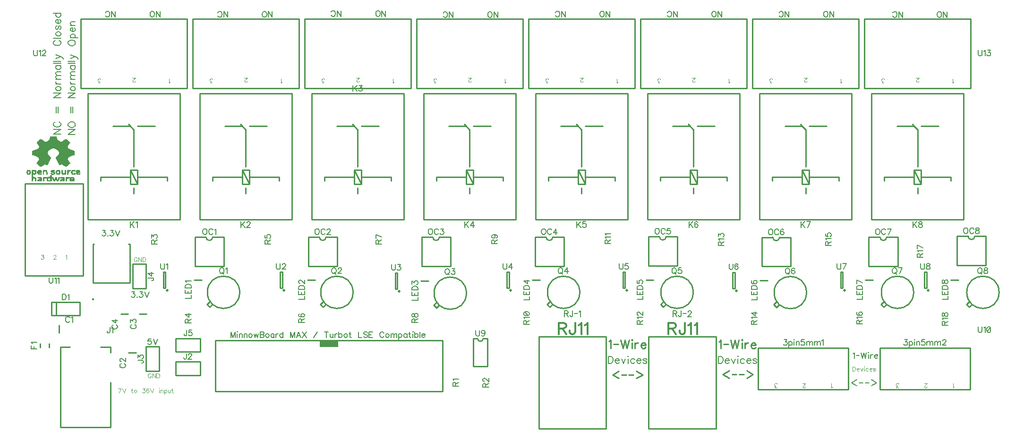
<source format=gbr>
G04 DipTrace 3.0.0.1*
G04 TopSilk.gbr*
%MOIN*%
G04 #@! TF.FileFunction,Legend,Top*
G04 #@! TF.Part,Single*
%ADD10C,0.01*%
%ADD12C,0.002992*%
%ADD54C,0.01541*%
%ADD69C,0.018113*%
%ADD118C,0.006176*%
%ADD119C,0.004632*%
%ADD120C,0.00772*%
%ADD121C,0.009264*%
%ADD123C,0.012351*%
%FSLAX26Y26*%
G04*
G70*
G90*
G75*
G01*
G04 TopSilk*
%LPD*%
X880408Y1221772D2*
D10*
X1140251D1*
X880408Y1497362D2*
Y1221772D1*
Y1497362D2*
X888274D1*
X1140251D2*
Y1221772D1*
Y1497362D2*
X1132386D1*
D54*
X881342Y1106826D3*
X6212598Y468514D2*
D10*
X5574803D1*
Y763764D1*
X6212598D1*
Y468514D1*
X7070866D2*
X6433071D1*
Y763764D1*
X7070866D1*
Y468514D1*
X1543625Y2595795D2*
X793625D1*
Y3087795D1*
X1543625D1*
Y2595795D1*
X2333625D2*
X1583625D1*
Y3087795D1*
X2333625D1*
Y2595795D1*
X3123625D2*
X2373625D1*
Y3087795D1*
X3123625D1*
Y2595795D1*
X3913625D2*
X3163625D1*
Y3087795D1*
X3913625D1*
Y2595795D1*
X4703625D2*
X3953625D1*
Y3087795D1*
X4703625D1*
Y2595795D1*
X5493625D2*
X4743625D1*
Y3087795D1*
X5493625D1*
Y2595795D1*
X6283625D2*
X5533625D1*
Y3087795D1*
X6283625D1*
Y2595795D1*
X7073625D2*
X6323625D1*
Y3087795D1*
X7073625D1*
Y2595795D1*
X641717Y870934D2*
Y922076D1*
X1132500Y728804D2*
X1183642D1*
X1207501Y1003804D2*
X1258643D1*
X1076251D2*
X1127392D1*
X587668Y994980D2*
Y1085531D1*
X788613D1*
X621052Y994980D2*
Y1085531D1*
X788613Y994980D2*
Y1085531D1*
X587668Y994980D2*
X788613D1*
X570680Y768185D2*
Y791744D1*
X507751Y768185D2*
Y791744D1*
X649655Y203528D2*
X1004019D1*
Y518471D1*
Y731112D2*
Y770464D1*
X935093D1*
X718580D2*
X649655D1*
Y203528D1*
X1463337Y571457D2*
X1636566D1*
Y665945D1*
X1463337D1*
Y571457D1*
X1349064Y598967D2*
X1254576D1*
Y772196D1*
X1349064D1*
Y598967D1*
X1160827Y1355496D2*
X1255315D1*
Y1182268D1*
X1160827D1*
Y1355496D1*
X1465207Y735827D2*
X1638436D1*
Y830315D1*
X1465207D1*
Y735827D1*
X843822Y1668701D2*
Y2558701D1*
X1493822D2*
X843822D1*
X1493822D2*
Y1668701D1*
X843822D2*
X1493822D1*
X933847Y1943711D2*
Y1968720D1*
X1143797D1*
Y1918702D1*
X1168822D1*
X1193847D1*
Y2018738D2*
X1143797D1*
Y1968720D1*
X1193847Y1918702D2*
Y1968720D1*
X1403797D1*
X1193847D2*
Y2018738D1*
X1403797Y1968720D2*
Y1943711D1*
X1193847Y1918702D2*
X1143797Y2018738D1*
X1168822Y2043658D2*
Y2303716D1*
X1143797Y2328725D1*
X1021792D2*
X1143797D1*
X1193847D2*
X1316827D1*
X1143797D2*
X1131837Y2341719D1*
X1168822Y1853732D2*
Y1893693D1*
X1633822Y1668701D2*
Y2558701D1*
X2283822D2*
X1633822D1*
X2283822D2*
Y1668701D1*
X1633822D2*
X2283822D1*
X1723847Y1943711D2*
Y1968720D1*
X1933797D1*
Y1918702D1*
X1958822D1*
X1983847D1*
Y2018738D2*
X1933797D1*
Y1968720D1*
X1983847Y1918702D2*
Y1968720D1*
X2193797D1*
X1983847D2*
Y2018738D1*
X2193797Y1968720D2*
Y1943711D1*
X1983847Y1918702D2*
X1933797Y2018738D1*
X1958822Y2043658D2*
Y2303716D1*
X1933797Y2328725D1*
X1811792D2*
X1933797D1*
X1983847D2*
X2106827D1*
X1933797D2*
X1921837Y2341719D1*
X1958822Y1853732D2*
Y1893693D1*
X2423822Y1668701D2*
Y2558701D1*
X3073822D2*
X2423822D1*
X3073822D2*
Y1668701D1*
X2423822D2*
X3073822D1*
X2513847Y1943711D2*
Y1968720D1*
X2723797D1*
Y1918702D1*
X2748822D1*
X2773847D1*
Y2018738D2*
X2723797D1*
Y1968720D1*
X2773847Y1918702D2*
Y1968720D1*
X2983797D1*
X2773847D2*
Y2018738D1*
X2983797Y1968720D2*
Y1943711D1*
X2773847Y1918702D2*
X2723797Y2018738D1*
X2748822Y2043658D2*
Y2303716D1*
X2723797Y2328725D1*
X2601792D2*
X2723797D1*
X2773847D2*
X2896827D1*
X2723797D2*
X2711837Y2341719D1*
X2748822Y1853732D2*
Y1893693D1*
X3213822Y1668701D2*
Y2558701D1*
X3863822D2*
X3213822D1*
X3863822D2*
Y1668701D1*
X3213822D2*
X3863822D1*
X3303847Y1943711D2*
Y1968720D1*
X3513797D1*
Y1918702D1*
X3538822D1*
X3563847D1*
Y2018738D2*
X3513797D1*
Y1968720D1*
X3563847Y1918702D2*
Y1968720D1*
X3773797D1*
X3563847D2*
Y2018738D1*
X3773797Y1968720D2*
Y1943711D1*
X3563847Y1918702D2*
X3513797Y2018738D1*
X3538822Y2043658D2*
Y2303716D1*
X3513797Y2328725D1*
X3391792D2*
X3513797D1*
X3563847D2*
X3686827D1*
X3513797D2*
X3501837Y2341719D1*
X3538822Y1853732D2*
Y1893693D1*
X4003822Y1668701D2*
Y2558701D1*
X4653822D2*
X4003822D1*
X4653822D2*
Y1668701D1*
X4003822D2*
X4653822D1*
X4093847Y1943711D2*
Y1968720D1*
X4303797D1*
Y1918702D1*
X4328822D1*
X4353847D1*
Y2018738D2*
X4303797D1*
Y1968720D1*
X4353847Y1918702D2*
Y1968720D1*
X4563797D1*
X4353847D2*
Y2018738D1*
X4563797Y1968720D2*
Y1943711D1*
X4353847Y1918702D2*
X4303797Y2018738D1*
X4328822Y2043658D2*
Y2303716D1*
X4303797Y2328725D1*
X4181792D2*
X4303797D1*
X4353847D2*
X4476827D1*
X4303797D2*
X4291837Y2341719D1*
X4328822Y1853732D2*
Y1893693D1*
X4793822Y1668701D2*
Y2558701D1*
X5443822D2*
X4793822D1*
X5443822D2*
Y1668701D1*
X4793822D2*
X5443822D1*
X4883847Y1943711D2*
Y1968720D1*
X5093797D1*
Y1918702D1*
X5118822D1*
X5143847D1*
Y2018738D2*
X5093797D1*
Y1968720D1*
X5143847Y1918702D2*
Y1968720D1*
X5353797D1*
X5143847D2*
Y2018738D1*
X5353797Y1968720D2*
Y1943711D1*
X5143847Y1918702D2*
X5093797Y2018738D1*
X5118822Y2043658D2*
Y2303716D1*
X5093797Y2328725D1*
X4971792D2*
X5093797D1*
X5143847D2*
X5266827D1*
X5093797D2*
X5081837Y2341719D1*
X5118822Y1853732D2*
Y1893693D1*
X5585822Y1668701D2*
Y2558701D1*
X6235822D2*
X5585822D1*
X6235822D2*
Y1668701D1*
X5585822D2*
X6235822D1*
X5675847Y1943711D2*
Y1968720D1*
X5885797D1*
Y1918702D1*
X5910822D1*
X5935847D1*
Y2018738D2*
X5885797D1*
Y1968720D1*
X5935847Y1918702D2*
Y1968720D1*
X6145797D1*
X5935847D2*
Y2018738D1*
X6145797Y1968720D2*
Y1943711D1*
X5935847Y1918702D2*
X5885797Y2018738D1*
X5910822Y2043658D2*
Y2303716D1*
X5885797Y2328725D1*
X5763792D2*
X5885797D1*
X5935847D2*
X6058827D1*
X5885797D2*
X5873837Y2341719D1*
X5910822Y1853732D2*
Y1893693D1*
X6375822Y1668701D2*
Y2558701D1*
X7025822D2*
X6375822D1*
X7025822D2*
Y1668701D1*
X6375822D2*
X7025822D1*
X6465847Y1943711D2*
Y1968720D1*
X6675797D1*
Y1918702D1*
X6700822D1*
X6725847D1*
Y2018738D2*
X6675797D1*
Y1968720D1*
X6725847Y1918702D2*
Y1968720D1*
X6935797D1*
X6725847D2*
Y2018738D1*
X6935797Y1968720D2*
Y1943711D1*
X6725847Y1918702D2*
X6675797Y2018738D1*
X6700822Y2043658D2*
Y2303716D1*
X6675797Y2328725D1*
X6553792D2*
X6675797D1*
X6725847D2*
X6848827D1*
X6675797D2*
X6663837Y2341719D1*
X6700822Y1853732D2*
Y1893693D1*
X1595000Y1243584D2*
X1646142D1*
X2394999D2*
X2446140D1*
X3195000Y1237335D2*
X3246142D1*
X3982497Y1243584D2*
X4033639D1*
X4783000D2*
X4834142D1*
X5588786Y1241584D2*
X5639928D1*
X6332513Y1243584D2*
X6383655D1*
X6935499D2*
X6986640D1*
X1599455Y1546063D2*
Y1341339D1*
X1804188D1*
Y1546063D1*
X1725447D1*
X1678196D2*
X1599455D1*
X1678196D2*
G03X1725447Y1546063I23626J1D01*
G01*
X2399455D2*
Y1341339D1*
X2604188D1*
Y1546063D1*
X2525447D1*
X2478196D2*
X2399455D1*
X2478196D2*
G03X2525447Y1546063I23626J1D01*
G01*
X3199455D2*
Y1341339D1*
X3404188D1*
Y1546063D1*
X3325447D1*
X3278196D2*
X3199455D1*
X3278196D2*
G03X3325447Y1546063I23626J1D01*
G01*
X3999452D2*
Y1341339D1*
X4204186D1*
Y1546063D1*
X4125445D1*
X4078193D2*
X3999452D1*
X4078193D2*
G03X4125445Y1546063I23626J1D01*
G01*
X4799455Y1549063D2*
Y1344339D1*
X5004188D1*
Y1549063D1*
X4925447D1*
X4878196D2*
X4799455D1*
X4878196D2*
G03X4925447Y1549063I23626J1D01*
G01*
X5599492Y1544063D2*
Y1339339D1*
X5804225D1*
Y1544063D1*
X5725484D1*
X5678232D2*
X5599492D1*
X5678232D2*
G03X5725484Y1544063I23626J1D01*
G01*
X6355717Y1546063D2*
Y1341339D1*
X6560451D1*
Y1546063D1*
X6481710D1*
X6434458D2*
X6355717D1*
X6434458D2*
G03X6481710Y1546063I23626J1D01*
G01*
X6977704Y1552312D2*
Y1347588D1*
X7182437D1*
Y1552312D1*
X7103697D1*
X7056445D2*
X6977704D1*
X7056445D2*
G03X7103697Y1552312I23626J1D01*
G01*
X1724918Y1071424D2*
X1705229Y1051734D1*
Y1091115D2*
X1685541Y1071424D1*
X1705229Y1051734D1*
X1687913Y1156248D2*
G02X1687913Y1156248I113952J0D01*
G01*
X2524918Y1071424D2*
X2505229Y1051734D1*
Y1091115D2*
X2485541Y1071424D1*
X2505229Y1051734D1*
X2487913Y1156248D2*
G02X2487913Y1156248I113952J0D01*
G01*
X3324918Y1065175D2*
X3305229Y1045484D1*
Y1084865D2*
X3285541Y1065175D1*
X3305229Y1045484D1*
X3287913Y1149999D2*
G02X3287913Y1149999I113952J0D01*
G01*
X4124916Y1071424D2*
X4105228Y1051734D1*
Y1091115D2*
X4085539Y1071424D1*
X4105228Y1051734D1*
X4087911Y1156248D2*
G02X4087911Y1156248I113952J0D01*
G01*
X4925419Y1071424D2*
X4905731Y1051734D1*
Y1091115D2*
X4886042Y1071424D1*
X4905731Y1051734D1*
X4888414Y1156248D2*
G02X4888414Y1156248I113952J0D01*
G01*
X5724955Y1069424D2*
X5705266Y1049734D1*
Y1089115D2*
X5685577Y1069424D1*
X5705266Y1049734D1*
X5687949Y1154248D2*
G02X5687949Y1154248I113952J0D01*
G01*
X6481182Y1071424D2*
X6461493Y1051734D1*
Y1091115D2*
X6441804Y1071424D1*
X6461493Y1051734D1*
X6444176Y1156248D2*
G02X6444176Y1156248I113952J0D01*
G01*
X7084168Y1071424D2*
X7064480Y1051734D1*
Y1091115D2*
X7044791Y1071424D1*
X7064480Y1051734D1*
X7047163Y1156248D2*
G02X7047163Y1156248I113952J0D01*
G01*
X4026755Y842407D2*
X4501966D1*
Y192411D1*
X4026755D1*
Y842407D1*
X4801753D2*
X5276965D1*
Y192411D1*
X4801753D1*
Y842407D1*
G36*
X2611716Y771444D2*
X2479746D1*
Y812501D1*
X2611716D1*
Y771444D1*
G37*
X3346358Y458318D2*
D10*
X1744783D1*
Y816585D1*
X3346358D1*
Y458318D1*
X1376031Y1186508D2*
X1390998D1*
Y1299109D1*
X1376031D1*
Y1186508D1*
D69*
X1403598Y1168798D3*
X2201030Y1186508D2*
D10*
X2215997D1*
Y1299109D1*
X2201030D1*
Y1186508D1*
D69*
X2228597Y1168798D3*
X3013530Y1180259D2*
D10*
X3028497D1*
Y1292860D1*
X3013530D1*
Y1180259D1*
D69*
X3041097Y1162549D3*
X3801028Y1186510D2*
D10*
X3815995D1*
Y1299110D1*
X3801028D1*
Y1186510D1*
D69*
X3828595Y1168800D3*
X4620280Y1186510D2*
D10*
X4635247D1*
Y1299110D1*
X4620280D1*
Y1186510D1*
D69*
X4647847Y1168800D3*
X5394817Y1184510D2*
D10*
X5409784D1*
Y1297110D1*
X5394817D1*
Y1184510D1*
D69*
X5422384Y1166800D3*
X6157292Y1186510D2*
D10*
X6172259D1*
Y1299110D1*
X6157292D1*
Y1186510D1*
D69*
X6184859Y1168800D3*
X6747779Y1186510D2*
D10*
X6762746D1*
Y1299110D1*
X6747779D1*
Y1186510D1*
D69*
X6775346Y1168800D3*
X3563182Y829628D2*
D10*
Y632774D1*
X3665558Y829628D2*
Y632774D1*
X3563182D2*
X3665558D1*
X3594676Y829628D2*
X3563182D1*
X3634065D2*
X3665558D1*
X3594676D2*
G03X3634065Y829628I19694J9D01*
G01*
X401403Y1923245D2*
X810852D1*
Y1273639D1*
X401403D1*
Y1923245D1*
X577008Y2256850D2*
D12*
X621890D1*
X576894Y2253858D2*
X622004D1*
X576510Y2250866D2*
X622387D1*
X575793Y2247874D2*
X623104D1*
X575014Y2244882D2*
X623883D1*
X574387Y2241890D2*
X624510D1*
X573693Y2238898D2*
X625204D1*
X505197Y2235906D2*
X514173D1*
X572511D2*
X626387D1*
X684724D2*
X693701D1*
X501742Y2232913D2*
X519693D1*
X570795D2*
X628103D1*
X679205D2*
X697155D1*
X497997Y2229921D2*
X524910D1*
X566739D2*
X632159D1*
X673988D2*
X700901D1*
X494136Y2226929D2*
X529996D1*
X561630D2*
X637268D1*
X668901D2*
X704761D1*
X490356Y2223937D2*
X535118D1*
X556063D2*
X642835D1*
X663780D2*
X708542D1*
X486879Y2220945D2*
X712019D1*
X483854Y2217953D2*
X715044D1*
X482710Y2214961D2*
X716188D1*
X483207Y2211969D2*
X715690D1*
X485177Y2208976D2*
X713721D1*
X487523Y2205984D2*
X711375D1*
X489892Y2202992D2*
X709006D1*
X492070Y2200000D2*
X706828D1*
X494247Y2197008D2*
X704651D1*
X496575Y2194016D2*
X702322D1*
X498682Y2191024D2*
X700216D1*
X500336Y2188031D2*
X698562D1*
X500173Y2185039D2*
X698725D1*
X499406Y2182047D2*
X699492D1*
X498235Y2179055D2*
X700662D1*
X496746Y2176063D2*
X702152D1*
X494631Y2173071D2*
X589690D1*
X609208D2*
X704267D1*
X491763Y2170079D2*
X582456D1*
X616441D2*
X707135D1*
X484558Y2167087D2*
X576685D1*
X622212D2*
X714340D1*
X475079Y2164094D2*
X572197D1*
X626700D2*
X723819D1*
X465527Y2161102D2*
X568518D1*
X630379D2*
X733371D1*
X457438Y2158110D2*
X565349D1*
X633549D2*
X741460D1*
X453767Y2155118D2*
X562739D1*
X636158D2*
X745130D1*
X452466Y2152126D2*
X560919D1*
X637978D2*
X746431D1*
X451799Y2149134D2*
X559894D1*
X639003D2*
X747099D1*
X451512Y2146142D2*
X559401D1*
X639497D2*
X747385D1*
X451401Y2143150D2*
X559188D1*
X639709D2*
X747497D1*
X451360Y2140157D2*
X559115D1*
X639782D2*
X747538D1*
X451346Y2137165D2*
X559201D1*
X639697D2*
X747552D1*
X451388Y2134173D2*
X559676D1*
X639222D2*
X747510D1*
X451631Y2131181D2*
X560793D1*
X638104D2*
X747266D1*
X452087Y2128189D2*
X562498D1*
X636400D2*
X746811D1*
X459265Y2125197D2*
X564678D1*
X634220D2*
X739633D1*
X468681Y2122205D2*
X567514D1*
X631384D2*
X730217D1*
X478108Y2119213D2*
X571037D1*
X627861D2*
X720790D1*
X485269Y2116220D2*
X574830D1*
X624068D2*
X713629D1*
X490595Y2113228D2*
X578125D1*
X620773D2*
X708303D1*
X493101Y2110236D2*
X580639D1*
X618259D2*
X705797D1*
X495118Y2107244D2*
X581005D1*
X617893D2*
X703780D1*
X496843Y2104252D2*
X580168D1*
X618730D2*
X702055D1*
X498505Y2101260D2*
X579016D1*
X619882D2*
X700393D1*
X500283Y2098268D2*
X577665D1*
X621233D2*
X698615D1*
X502205Y2095276D2*
X576229D1*
X622669D2*
X696693D1*
X499213Y2092283D2*
X574752D1*
X624146D2*
X699685D1*
X496232Y2089291D2*
X573265D1*
X625632D2*
X702665D1*
X493345Y2086299D2*
X571769D1*
X627128D2*
X705552D1*
X490734Y2083307D2*
X570276D1*
X628621D2*
X708163D1*
X488471Y2080315D2*
X568778D1*
X630119D2*
X710427D1*
X486363Y2077323D2*
X567285D1*
X631613D2*
X712535D1*
X484414Y2074331D2*
X565786D1*
X633111D2*
X714484D1*
X482763Y2071339D2*
X564293D1*
X634605D2*
X716135D1*
X482605Y2068346D2*
X562794D1*
X636104D2*
X716293D1*
X484508Y2065354D2*
X561291D1*
X637607D2*
X714390D1*
X487270Y2062362D2*
X559715D1*
X639183D2*
X711627D1*
X490626Y2059370D2*
X535232D1*
X547087D2*
X557969D1*
X640928D2*
X651811D1*
X663666D2*
X708272D1*
X494379Y2056378D2*
X529634D1*
X553071D2*
X556063D1*
X642835D2*
X645827D1*
X669264D2*
X704519D1*
X498180Y2053386D2*
X524392D1*
X674506D2*
X700718D1*
X501758Y2050394D2*
X519298D1*
X679600D2*
X697140D1*
X505197Y2047402D2*
X514173D1*
X684724D2*
X693701D1*
X415433Y2020472D2*
X433386D1*
X448346D2*
X475276D1*
X493228D2*
X511181D1*
X526142D2*
X550079D1*
X585984D2*
X606929D1*
X624882D2*
X642835D1*
X657795D2*
X663780D1*
X681732D2*
X687717D1*
X696693D2*
X723622D1*
X732598D2*
X750551D1*
X765512D2*
X783465D1*
X414052Y2017480D2*
X435790D1*
X448346D2*
X476657D1*
X490710D2*
X513585D1*
X526142D2*
X552483D1*
X583592D2*
X608519D1*
X622478D2*
X645239D1*
X657795D2*
X663780D1*
X681732D2*
X687717D1*
X696693D2*
X720287D1*
X729732D2*
X753543D1*
X762520D2*
X784846D1*
X413193Y2014488D2*
X437540D1*
X448346D2*
X477516D1*
X488577D2*
X515335D1*
X526142D2*
X554233D1*
X581604D2*
X609921D1*
X620728D2*
X646989D1*
X657795D2*
X663780D1*
X681732D2*
X687717D1*
X696693D2*
X715687D1*
X727240D2*
X785705D1*
X412758Y2011496D2*
X419025D1*
X429794D2*
X438542D1*
X448346D2*
X456872D1*
X468692D2*
X477951D1*
X486858D2*
X493228D1*
X508189D2*
X516337D1*
X526142D2*
X535706D1*
X546499D2*
X555235D1*
X581082D2*
X588976D1*
X619726D2*
X628462D1*
X639243D2*
X647991D1*
X657795D2*
X663791D1*
X681721D2*
X687717D1*
X696693D2*
X711247D1*
X725463D2*
X732598D1*
X750551D2*
D3*
X759528D2*
X768504D1*
X780472D2*
X786140D1*
X412565Y2008504D2*
X417037D1*
X431782D2*
X439028D1*
X448346D2*
X456244D1*
X470679D2*
X478144D1*
X485616D2*
X516824D1*
X526142D2*
X533956D1*
X548248D2*
X555721D1*
X582340D2*
X598749D1*
X619240D2*
X626712D1*
X641230D2*
X648477D1*
X657795D2*
X663908D1*
X681604D2*
X687717D1*
X696693D2*
X707805D1*
X724465D2*
X732622D1*
X759528D2*
X786333D1*
X412487Y2005512D2*
X416468D1*
X432351D2*
X439238D1*
X448346D2*
X455660D1*
X471261D2*
X478222D1*
X484989D2*
X517042D1*
X526142D2*
X532954D1*
X549251D2*
X555931D1*
X587335D2*
X606572D1*
X619030D2*
X625707D1*
X641812D2*
X648675D1*
X657795D2*
X664406D1*
X681106D2*
X687717D1*
X696693D2*
X706679D1*
X724082D2*
X732850D1*
X759539D2*
X786413D1*
X412469Y2002520D2*
X417500D1*
X431319D2*
X439298D1*
X448346D2*
X456311D1*
X470454D2*
X478240D1*
X485033D2*
X517165D1*
X526142D2*
X532468D1*
X549737D2*
X556015D1*
X594870D2*
X610210D1*
X618969D2*
X625198D1*
X641005D2*
X648642D1*
X657807D2*
X665610D1*
X679902D2*
X687717D1*
X696693D2*
X706088D1*
X724276D2*
X733393D1*
X759656D2*
X786457D1*
X412572Y1999528D2*
X419274D1*
X429545D2*
X439102D1*
X448346D2*
X457323D1*
X469291D2*
X478110D1*
X485820D2*
X493228D1*
X526142D2*
X532258D1*
X549947D2*
X556046D1*
X582992D2*
X585984D1*
X603937D2*
X611494D1*
X619166D2*
X624882D1*
X639843D2*
X648176D1*
X657921D2*
X667523D1*
X677989D2*
X687717D1*
X696693D2*
X705830D1*
X725137D2*
X735725D1*
X750551D2*
D3*
X760154D2*
X768504D1*
X413031Y1996535D2*
X421417D1*
X427402D2*
X438573D1*
X448346D2*
X477764D1*
X487455D2*
X499213D1*
X505197D2*
X514173D1*
X526142D2*
X532174D1*
X550030D2*
X556057D1*
X581812D2*
X591969D1*
X600945D2*
X610855D1*
X619695D2*
X646983D1*
X658383D2*
X669764D1*
X675748D2*
X687717D1*
X696693D2*
X705727D1*
X726805D2*
X738583D1*
X744567D2*
X753543D1*
X761358D2*
X771496D1*
X780472D2*
X786457D1*
X414052Y1993543D2*
X436242D1*
X448346D2*
X475915D1*
X490044D2*
X517165D1*
X526142D2*
X532142D1*
X550063D2*
X556061D1*
X580935D2*
X607299D1*
X622025D2*
X645073D1*
X659406D2*
X687717D1*
X696693D2*
X705689D1*
X729407D2*
X756535D1*
X763271D2*
X786457D1*
X415433Y1990551D2*
X433386D1*
X448346D2*
X471466D1*
X493228D2*
X514173D1*
X526142D2*
X532126D1*
X550079D2*
X556063D1*
X587638D2*
X601753D1*
X624882D2*
X642835D1*
X660787D2*
X687717D1*
X696693D2*
X705669D1*
X732598D2*
X750551D1*
X765512D2*
X786457D1*
X448346Y1987559D2*
X454331D1*
X466299D2*
D3*
X594961D2*
D3*
X448346Y1984567D2*
X454331D1*
X577008D2*
X585984D1*
X448346Y1981575D2*
X454331D1*
X577008D2*
X585984D1*
X448346Y1978583D2*
X454331D1*
X577008D2*
X585984D1*
X448346Y1975591D2*
X454331D1*
X577008D2*
X585984D1*
X448346Y1972598D2*
X454331D1*
X577008D2*
X585984D1*
X448346Y1969606D2*
X465022D1*
X490236D2*
X514173D1*
X526142D2*
X553071D1*
X559055D2*
X597953D1*
X612913D2*
X621890D1*
X636850D2*
X645827D1*
X651811D2*
X675748D1*
X687717D2*
X714646D1*
X720630D2*
X741575D1*
X448346Y1966614D2*
X473182D1*
X487244D2*
X515554D1*
X526142D2*
X585984D1*
X592082D2*
X599099D1*
X612449D2*
X622913D1*
X635827D2*
X676771D1*
X687717D2*
X743979D1*
X448346Y1963622D2*
X476326D1*
X497249D2*
X516414D1*
X526142D2*
X585984D1*
X592478D2*
X600462D1*
X611682D2*
X623811D1*
X634929D2*
X642372D1*
X653214D2*
X677661D1*
X687717D2*
X711654D1*
X718226D2*
X745729D1*
X448346Y1960630D2*
X457911D1*
X468703D2*
X477379D1*
X508189D2*
X516849D1*
X526142D2*
X535118D1*
X553071D2*
X562047D1*
X577008D2*
X585984D1*
X593300D2*
X602098D1*
X610784D2*
X624425D1*
X634315D2*
X641619D1*
X669764D2*
X678229D1*
X687717D2*
X696693D1*
X716476D2*
X723622D1*
X738583D2*
X746731D1*
X448346Y1957638D2*
X456161D1*
X470453D2*
X477910D1*
X499123D2*
X517041D1*
X526142D2*
X535118D1*
X553071D2*
X562047D1*
X577008D2*
X585984D1*
X594449D2*
X603937D1*
X609921D2*
X624882D1*
X633858D2*
X640739D1*
X659991D2*
X678522D1*
X687717D2*
X695670D1*
X715486D2*
X747218D1*
X448346Y1954646D2*
X455159D1*
X471455D2*
X478135D1*
X492674D2*
X517120D1*
X526142D2*
X535118D1*
X553083D2*
X562047D1*
X577008D2*
X585984D1*
X595699D2*
X639822D1*
X652168D2*
X678654D1*
X687717D2*
X694779D1*
X715105D2*
X747435D1*
X448346Y1951654D2*
X454673D1*
X471941D2*
X478221D1*
X488050D2*
X517149D1*
X526142D2*
X535118D1*
X553197D2*
X562047D1*
X577008D2*
X585984D1*
X596858D2*
X616370D1*
X622354D2*
X638713D1*
X648531D2*
X678708D1*
X687717D2*
X694212D1*
X715278D2*
X747559D1*
X448346Y1948661D2*
X454463D1*
X472152D2*
X478252D1*
X486271D2*
X493228D1*
X508189D2*
X517160D1*
X526142D2*
X535118D1*
X553659D2*
X562047D1*
X577008D2*
X585984D1*
X597971D2*
X614145D1*
X623121D2*
X637348D1*
X647233D2*
X654803D1*
X669764D2*
X678729D1*
X687717D2*
X693918D1*
X715936D2*
X723622D1*
X448346Y1945669D2*
X454376D1*
X472238D2*
X478263D1*
X486519D2*
X499213D1*
X505197D2*
X517164D1*
X526142D2*
X535118D1*
X554682D2*
X585984D1*
X599341D2*
X612051D1*
X624020D2*
X635704D1*
X647813D2*
X657795D1*
X666772D2*
X678736D1*
X687717D2*
X693781D1*
X716795D2*
X729606D1*
X735591D2*
X744567D1*
X448346Y1942677D2*
X454331D1*
X472283D2*
X478268D1*
X487244D2*
X517165D1*
X526142D2*
X535118D1*
X556063D2*
X585984D1*
X600945D2*
X609921D1*
X624882D2*
X633858D1*
X648819D2*
X678740D1*
X687717D2*
X693701D1*
X717638D2*
X747559D1*
X577008Y2256850D2*
X576894Y2253858D1*
X576510Y2250866D1*
X575793Y2247874D1*
X575014Y2244882D1*
X574387Y2241890D1*
X573693Y2238898D1*
X572511Y2235906D1*
X570795Y2232913D1*
X566739Y2229921D1*
X561630Y2226929D1*
X556063Y2223937D1*
X621890Y2256850D2*
X622004Y2253858D1*
X622387Y2250866D1*
X623104Y2247874D1*
X623883Y2244882D1*
X624510Y2241890D1*
X625204Y2238898D1*
X626387Y2235906D1*
X628103Y2232913D1*
X632159Y2229921D1*
X637268Y2226929D1*
X642835Y2223937D1*
X505197Y2235906D2*
X501742Y2232913D1*
X497997Y2229921D1*
X494136Y2226929D1*
X490356Y2223937D1*
X486879Y2220945D1*
X483854Y2217953D1*
X482710Y2214961D1*
X483207Y2211969D1*
X485177Y2208976D1*
X487523Y2205984D1*
X489892Y2202992D1*
X492070Y2200000D1*
X494247Y2197008D1*
X496575Y2194016D1*
X498682Y2191024D1*
X500336Y2188031D1*
X500173Y2185039D1*
X499406Y2182047D1*
X498235Y2179055D1*
X496746Y2176063D1*
X494631Y2173071D1*
X491763Y2170079D1*
X484558Y2167087D1*
X475079Y2164094D1*
X465527Y2161102D1*
X457438Y2158110D1*
X453767Y2155118D1*
X452466Y2152126D1*
X451799Y2149134D1*
X451512Y2146142D1*
X451401Y2143150D1*
X451360Y2140157D1*
X451346Y2137165D1*
X451388Y2134173D1*
X451631Y2131181D1*
X452087Y2128189D1*
X459265Y2125197D1*
X468681Y2122205D1*
X478108Y2119213D1*
X485269Y2116220D1*
X490595Y2113228D1*
X493101Y2110236D1*
X495118Y2107244D1*
X496843Y2104252D1*
X498505Y2101260D1*
X500283Y2098268D1*
X502205Y2095276D1*
X499213Y2092283D1*
X496232Y2089291D1*
X493345Y2086299D1*
X490734Y2083307D1*
X488471Y2080315D1*
X486363Y2077323D1*
X484414Y2074331D1*
X482763Y2071339D1*
X482605Y2068346D1*
X484508Y2065354D1*
X487270Y2062362D1*
X490626Y2059370D1*
X494379Y2056378D1*
X498180Y2053386D1*
X501758Y2050394D1*
X505197Y2047402D1*
X514173Y2235906D2*
X519693Y2232913D1*
X524910Y2229921D1*
X529996Y2226929D1*
X535118Y2223937D1*
X684724Y2235906D2*
X679205Y2232913D1*
X673988Y2229921D1*
X668901Y2226929D1*
X663780Y2223937D1*
X693701Y2235906D2*
X697155Y2232913D1*
X700901Y2229921D1*
X704761Y2226929D1*
X708542Y2223937D1*
X712019Y2220945D1*
X715044Y2217953D1*
X716188Y2214961D1*
X715690Y2211969D1*
X713721Y2208976D1*
X711375Y2205984D1*
X709006Y2202992D1*
X706828Y2200000D1*
X704651Y2197008D1*
X702322Y2194016D1*
X700216Y2191024D1*
X698562Y2188031D1*
X698725Y2185039D1*
X699492Y2182047D1*
X700662Y2179055D1*
X702152Y2176063D1*
X704267Y2173071D1*
X707135Y2170079D1*
X714340Y2167087D1*
X723819Y2164094D1*
X733371Y2161102D1*
X741460Y2158110D1*
X745130Y2155118D1*
X746431Y2152126D1*
X747099Y2149134D1*
X747385Y2146142D1*
X747497Y2143150D1*
X747538Y2140157D1*
X747552Y2137165D1*
X747510Y2134173D1*
X747266Y2131181D1*
X746811Y2128189D1*
X739633Y2125197D1*
X730217Y2122205D1*
X720790Y2119213D1*
X713629Y2116220D1*
X708303Y2113228D1*
X705797Y2110236D1*
X703780Y2107244D1*
X702055Y2104252D1*
X700393Y2101260D1*
X698615Y2098268D1*
X696693Y2095276D1*
X699685Y2092283D1*
X702665Y2089291D1*
X705552Y2086299D1*
X708163Y2083307D1*
X710427Y2080315D1*
X712535Y2077323D1*
X714484Y2074331D1*
X716135Y2071339D1*
X716293Y2068346D1*
X714390Y2065354D1*
X711627Y2062362D1*
X708272Y2059370D1*
X704519Y2056378D1*
X700718Y2053386D1*
X697140Y2050394D1*
X693701Y2047402D1*
X597953Y2176063D2*
X589690Y2173071D1*
X582456Y2170079D1*
X576685Y2167087D1*
X572197Y2164094D1*
X568518Y2161102D1*
X565349Y2158110D1*
X562739Y2155118D1*
X560919Y2152126D1*
X559894Y2149134D1*
X559401Y2146142D1*
X559188Y2143150D1*
X559115Y2140157D1*
X559201Y2137165D1*
X559676Y2134173D1*
X560793Y2131181D1*
X562498Y2128189D1*
X564678Y2125197D1*
X567514Y2122205D1*
X571037Y2119213D1*
X574830Y2116220D1*
X578125Y2113228D1*
X580639Y2110236D1*
X581005Y2107244D1*
X580168Y2104252D1*
X579016Y2101260D1*
X577665Y2098268D1*
X576229Y2095276D1*
X574752Y2092283D1*
X573265Y2089291D1*
X571769Y2086299D1*
X570276Y2083307D1*
X568778Y2080315D1*
X567285Y2077323D1*
X565786Y2074331D1*
X564293Y2071339D1*
X562794Y2068346D1*
X561291Y2065354D1*
X559715Y2062362D1*
X557969Y2059370D1*
X556063Y2056378D1*
X600945Y2176063D2*
X609208Y2173071D1*
X616441Y2170079D1*
X622212Y2167087D1*
X626700Y2164094D1*
X630379Y2161102D1*
X633549Y2158110D1*
X636158Y2155118D1*
X637978Y2152126D1*
X639003Y2149134D1*
X639497Y2146142D1*
X639709Y2143150D1*
X639782Y2140157D1*
X639697Y2137165D1*
X639222Y2134173D1*
X638104Y2131181D1*
X636400Y2128189D1*
X634220Y2125197D1*
X631384Y2122205D1*
X627861Y2119213D1*
X624068Y2116220D1*
X620773Y2113228D1*
X618259Y2110236D1*
X617893Y2107244D1*
X618730Y2104252D1*
X619882Y2101260D1*
X621233Y2098268D1*
X622669Y2095276D1*
X624146Y2092283D1*
X625632Y2089291D1*
X627128Y2086299D1*
X628621Y2083307D1*
X630119Y2080315D1*
X631613Y2077323D1*
X633111Y2074331D1*
X634605Y2071339D1*
X636104Y2068346D1*
X637607Y2065354D1*
X639183Y2062362D1*
X640928Y2059370D1*
X642835Y2056378D1*
X541102Y2062362D2*
X535232Y2059370D1*
X529634Y2056378D1*
X524392Y2053386D1*
X519298Y2050394D1*
X514173Y2047402D1*
X541102Y2062362D2*
X547087Y2059370D1*
X553071Y2056378D1*
X657795Y2062362D2*
X651811Y2059370D1*
X645827Y2056378D1*
X657795Y2062362D2*
X663666Y2059370D1*
X669264Y2056378D1*
X674506Y2053386D1*
X679600Y2050394D1*
X684724Y2047402D1*
X415433Y2020472D2*
X414052Y2017480D1*
X413193Y2014488D1*
X412758Y2011496D1*
X412565Y2008504D1*
X412487Y2005512D1*
X412469Y2002520D1*
X412572Y1999528D1*
X413031Y1996535D1*
X414052Y1993543D1*
X415433Y1990551D1*
X433386Y2020472D2*
X435790Y2017480D1*
X437540Y2014488D1*
X438542Y2011496D1*
X439028Y2008504D1*
X439238Y2005512D1*
X439298Y2002520D1*
X439102Y1999528D1*
X438573Y1996535D1*
X436242Y1993543D1*
X433386Y1990551D1*
X448346Y2020472D2*
Y2017480D1*
Y2014488D1*
Y2011496D1*
Y2008504D1*
Y2005512D1*
Y2002520D1*
Y1999528D1*
Y1996535D1*
Y1993543D1*
Y1990551D1*
Y1987559D1*
Y1984567D1*
Y1981575D1*
Y1978583D1*
Y1975591D1*
Y1972598D1*
Y1969606D1*
Y1966614D1*
Y1963622D1*
Y1960630D1*
Y1957638D1*
Y1954646D1*
Y1951654D1*
Y1948661D1*
Y1945669D1*
Y1942677D1*
X475276Y2020472D2*
X476657Y2017480D1*
X477516Y2014488D1*
X477951Y2011496D1*
X478144Y2008504D1*
X478222Y2005512D1*
X478240Y2002520D1*
X478110Y1999528D1*
X477764Y1996535D1*
X475915Y1993543D1*
X471466Y1990551D1*
X466299Y1987559D1*
X493228Y2020472D2*
X490710Y2017480D1*
X488577Y2014488D1*
X486858Y2011496D1*
X485616Y2008504D1*
X484989Y2005512D1*
X485033Y2002520D1*
X485820Y1999528D1*
X487455Y1996535D1*
X490044Y1993543D1*
X493228Y1990551D1*
X511181Y2020472D2*
X513585Y2017480D1*
X515335Y2014488D1*
X516337Y2011496D1*
X516824Y2008504D1*
X517042Y2005512D1*
X517165Y2002520D1*
X493228Y1999528D1*
X499213Y1996535D1*
X526142Y2020472D2*
Y2017480D1*
Y2014488D1*
Y2011496D1*
Y2008504D1*
Y2005512D1*
Y2002520D1*
Y1999528D1*
Y1996535D1*
Y1993543D1*
Y1990551D1*
X550079Y2020472D2*
X552483Y2017480D1*
X554233Y2014488D1*
X555235Y2011496D1*
X555721Y2008504D1*
X555931Y2005512D1*
X556015Y2002520D1*
X556046Y1999528D1*
X556057Y1996535D1*
X556061Y1993543D1*
X556063Y1990551D1*
X585984Y2020472D2*
X583592Y2017480D1*
X581604Y2014488D1*
X581082Y2011496D1*
X582340Y2008504D1*
X587335Y2005512D1*
X594870Y2002520D1*
X603937Y1999528D1*
X600945Y1996535D1*
X606929Y2020472D2*
X608519Y2017480D1*
X609921Y2014488D1*
X588976Y2011496D1*
X598749Y2008504D1*
X606572Y2005512D1*
X610210Y2002520D1*
X611494Y1999528D1*
X610855Y1996535D1*
X607299Y1993543D1*
X601753Y1990551D1*
X594961Y1987559D1*
X624882Y2020472D2*
X622478Y2017480D1*
X620728Y2014488D1*
X619726Y2011496D1*
X619240Y2008504D1*
X619030Y2005512D1*
X618969Y2002520D1*
X619166Y1999528D1*
X619695Y1996535D1*
X622025Y1993543D1*
X624882Y1990551D1*
X642835Y2020472D2*
X645239Y2017480D1*
X646989Y2014488D1*
X647991Y2011496D1*
X648477Y2008504D1*
X648675Y2005512D1*
X648642Y2002520D1*
X648176Y1999528D1*
X646983Y1996535D1*
X645073Y1993543D1*
X642835Y1990551D1*
X657795Y2020472D2*
Y2017480D1*
Y2014488D1*
Y2011496D1*
Y2008504D1*
Y2005512D1*
X657807Y2002520D1*
X657921Y1999528D1*
X658383Y1996535D1*
X659406Y1993543D1*
X660787Y1990551D1*
X663780Y2020472D2*
Y2017480D1*
Y2014488D1*
X663791Y2011496D1*
X663908Y2008504D1*
X664406Y2005512D1*
X665610Y2002520D1*
X667523Y1999528D1*
X669764Y1996535D1*
X681732Y2020472D2*
Y2017480D1*
Y2014488D1*
X681721Y2011496D1*
X681604Y2008504D1*
X681106Y2005512D1*
X679902Y2002520D1*
X677989Y1999528D1*
X675748Y1996535D1*
X687717Y2020472D2*
Y2017480D1*
Y2014488D1*
Y2011496D1*
Y2008504D1*
Y2005512D1*
Y2002520D1*
Y1999528D1*
Y1996535D1*
Y1993543D1*
Y1990551D1*
X696693Y2020472D2*
Y2017480D1*
Y2014488D1*
Y2011496D1*
Y2008504D1*
Y2005512D1*
Y2002520D1*
Y1999528D1*
Y1996535D1*
Y1993543D1*
Y1990551D1*
X723622Y2020472D2*
X720287Y2017480D1*
X715687Y2014488D1*
X711247Y2011496D1*
X707805Y2008504D1*
X706679Y2005512D1*
X706088Y2002520D1*
X705830Y1999528D1*
X705727Y1996535D1*
X705689Y1993543D1*
X705669Y1990551D1*
X732598Y2020472D2*
X729732Y2017480D1*
X727240Y2014488D1*
X725463Y2011496D1*
X724465Y2008504D1*
X724082Y2005512D1*
X724276Y2002520D1*
X725137Y1999528D1*
X726805Y1996535D1*
X729407Y1993543D1*
X732598Y1990551D1*
X750551Y2020472D2*
X753543Y2017480D1*
X765512Y2020472D2*
X762520Y2017480D1*
X783465Y2020472D2*
X784846Y2017480D1*
X785705Y2014488D1*
X786140Y2011496D1*
X786333Y2008504D1*
X786413Y2005512D1*
X786457Y2002520D1*
X768504Y1999528D1*
X771496Y1996535D1*
X421417Y2014488D2*
X419025Y2011496D1*
X417037Y2008504D1*
X416468Y2005512D1*
X417500Y2002520D1*
X419274Y1999528D1*
X421417Y1996535D1*
X427402Y2014488D2*
X429794Y2011496D1*
X431782Y2008504D1*
X432351Y2005512D1*
X431319Y2002520D1*
X429545Y1999528D1*
X427402Y1996535D1*
X457323Y2014488D2*
X456872Y2011496D1*
X456244Y2008504D1*
X455660Y2005512D1*
X456311Y2002520D1*
X457323Y1999528D1*
X466299Y2014488D2*
X468692Y2011496D1*
X470679Y2008504D1*
X471261Y2005512D1*
X470454Y2002520D1*
X469291Y1999528D1*
X496220Y2014488D2*
X493228Y2011496D1*
X505197Y2014488D2*
X508189Y2011496D1*
X538110Y2014488D2*
X535706Y2011496D1*
X533956Y2008504D1*
X532954Y2005512D1*
X532468Y2002520D1*
X532258Y1999528D1*
X532174Y1996535D1*
X532142Y1993543D1*
X532126Y1990551D1*
X544094Y2014488D2*
X546499Y2011496D1*
X548248Y2008504D1*
X549251Y2005512D1*
X549737Y2002520D1*
X549947Y1999528D1*
X550030Y1996535D1*
X550063Y1993543D1*
X550079Y1990551D1*
X630866Y2014488D2*
X628462Y2011496D1*
X626712Y2008504D1*
X625707Y2005512D1*
X625198Y2002520D1*
X624882Y1999528D1*
X636850Y2014488D2*
X639243Y2011496D1*
X641230Y2008504D1*
X641812Y2005512D1*
X641005Y2002520D1*
X639843Y1999528D1*
X732598Y2014488D2*
Y2011496D1*
X732622Y2008504D1*
X732850Y2005512D1*
X733393Y2002520D1*
X735725Y1999528D1*
X738583Y1996535D1*
X747559Y2014488D2*
X750551Y2011496D1*
X759528Y2014488D2*
Y2011496D1*
Y2008504D1*
X759539Y2005512D1*
X759656Y2002520D1*
X760154Y1999528D1*
X761358Y1996535D1*
X763271Y1993543D1*
X765512Y1990551D1*
X771496Y2014488D2*
X768504Y2011496D1*
X777480Y2014488D2*
X780472Y2011496D1*
X582992Y1999528D2*
X581812Y1996535D1*
X580935Y1993543D1*
X587638Y1990551D1*
X594961Y1987559D1*
X585984Y1999528D2*
X591969Y1996535D1*
X750551Y1999528D2*
X744567Y1996535D1*
X505197D2*
X514173D2*
X517165Y1993543D1*
X514173Y1990551D1*
X753543Y1996535D2*
X756535Y1993543D1*
X750551Y1990551D1*
X780472Y1996535D2*
X786457D2*
Y1993543D1*
Y1990551D1*
X454331D2*
Y1987559D1*
Y1984567D1*
Y1981575D1*
Y1978583D1*
Y1975591D1*
Y1972598D1*
X465022Y1969606D1*
X473182Y1966614D1*
X476326Y1963622D1*
X477379Y1960630D1*
X477910Y1957638D1*
X478135Y1954646D1*
X478221Y1951654D1*
X478252Y1948661D1*
X478263Y1945669D1*
X478268Y1942677D1*
X577008Y1984567D2*
Y1981575D1*
Y1978583D1*
Y1975591D1*
Y1972598D1*
X559055Y1969606D1*
X585984Y1984567D2*
Y1981575D1*
Y1978583D1*
Y1975591D1*
Y1972598D1*
Y1969606D1*
X597953D1*
X599099Y1966614D1*
X600462Y1963622D1*
X602098Y1960630D1*
X603937Y1957638D1*
X490236Y1969606D2*
X487244Y1966614D1*
X497249Y1963622D1*
X508189Y1960630D1*
X499123Y1957638D1*
X492674Y1954646D1*
X488050Y1951654D1*
X486271Y1948661D1*
X486519Y1945669D1*
X487244Y1942677D1*
X514173Y1969606D2*
X515554Y1966614D1*
X516414Y1963622D1*
X516849Y1960630D1*
X517041Y1957638D1*
X517120Y1954646D1*
X517149Y1951654D1*
X517160Y1948661D1*
X517164Y1945669D1*
X517165Y1942677D1*
X526142Y1969606D2*
Y1966614D1*
Y1963622D1*
Y1960630D1*
Y1957638D1*
Y1954646D1*
Y1951654D1*
Y1948661D1*
Y1945669D1*
Y1942677D1*
X553071Y1969606D2*
X612913D2*
X612449Y1966614D1*
X611682Y1963622D1*
X610784Y1960630D1*
X609921Y1957638D1*
X621890Y1969606D2*
X622913Y1966614D1*
X623811Y1963622D1*
X624425Y1960630D1*
X624882Y1957638D1*
X636850Y1969606D2*
X635827Y1966614D1*
X634929Y1963622D1*
X634315Y1960630D1*
X633858Y1957638D1*
X645827Y1969606D2*
X651811D2*
X675748D2*
X676771Y1966614D1*
X677661Y1963622D1*
X678229Y1960630D1*
X678522Y1957638D1*
X678654Y1954646D1*
X678708Y1951654D1*
X678729Y1948661D1*
X678736Y1945669D1*
X678740Y1942677D1*
X687717Y1969606D2*
Y1966614D1*
Y1963622D1*
Y1960630D1*
Y1957638D1*
Y1954646D1*
Y1951654D1*
Y1948661D1*
Y1945669D1*
Y1942677D1*
X714646Y1969606D2*
X720630D2*
X741575D2*
X743979Y1966614D1*
X745729Y1963622D1*
X746731Y1960630D1*
X747218Y1957638D1*
X747435Y1954646D1*
X747559Y1951654D1*
X723622Y1948661D1*
X729606Y1945669D1*
X585984Y1969606D2*
Y1966614D1*
Y1963622D1*
Y1960630D1*
Y1957638D1*
Y1954646D1*
Y1951654D1*
Y1948661D1*
Y1945669D1*
Y1942677D1*
X591969Y1969606D2*
X592082Y1966614D1*
X592478Y1963622D1*
X593300Y1960630D1*
X594449Y1957638D1*
X595699Y1954646D1*
X596858Y1951654D1*
X597971Y1948661D1*
X599341Y1945669D1*
X600945Y1942677D1*
X642835Y1966614D2*
X642372Y1963622D1*
X641619Y1960630D1*
X640739Y1957638D1*
X639822Y1954646D1*
X638713Y1951654D1*
X637348Y1948661D1*
X635704Y1945669D1*
X633858Y1942677D1*
X636850Y1966614D2*
X653214Y1963622D1*
X669764Y1960630D1*
X659991Y1957638D1*
X652168Y1954646D1*
X648531Y1951654D1*
X647233Y1948661D1*
X647813Y1945669D1*
X648819Y1942677D1*
X726614Y1966614D2*
X711654Y1963622D1*
X696693Y1960630D1*
X695670Y1957638D1*
X694779Y1954646D1*
X694212Y1951654D1*
X693918Y1948661D1*
X693781Y1945669D1*
X693701Y1942677D1*
X720630Y1966614D2*
X718226Y1963622D1*
X716476Y1960630D1*
X715486Y1957638D1*
X715105Y1954646D1*
X715278Y1951654D1*
X715936Y1948661D1*
X716795Y1945669D1*
X717638Y1942677D1*
X460315Y1963622D2*
X457911Y1960630D1*
X456161Y1957638D1*
X455159Y1954646D1*
X454673Y1951654D1*
X454463Y1948661D1*
X454376Y1945669D1*
X454331Y1942677D1*
X466299Y1963622D2*
X468703Y1960630D1*
X470453Y1957638D1*
X471455Y1954646D1*
X471941Y1951654D1*
X472152Y1948661D1*
X472238Y1945669D1*
X472283Y1942677D1*
X535118Y1963622D2*
Y1960630D1*
Y1957638D1*
Y1954646D1*
Y1951654D1*
Y1948661D1*
Y1945669D1*
Y1942677D1*
X553071Y1963622D2*
Y1960630D1*
Y1957638D1*
X553083Y1954646D1*
X553197Y1951654D1*
X553659Y1948661D1*
X554682Y1945669D1*
X556063Y1942677D1*
X562047Y1963622D2*
Y1960630D1*
Y1957638D1*
Y1954646D1*
Y1951654D1*
Y1948661D1*
X577008Y1963622D2*
Y1960630D1*
Y1957638D1*
Y1954646D1*
Y1951654D1*
Y1948661D1*
X726614Y1963622D2*
X723622Y1960630D1*
X735591Y1963622D2*
X738583Y1960630D1*
X618898Y1954646D2*
X616370Y1951654D1*
X614145Y1948661D1*
X612051Y1945669D1*
X609921Y1942677D1*
X621890Y1954646D2*
X622354Y1951654D1*
X623121Y1948661D1*
X624020Y1945669D1*
X624882Y1942677D1*
X487244Y1951654D2*
X493228Y1948661D1*
X499213Y1945669D1*
X511181Y1951654D2*
X508189Y1948661D1*
X505197Y1945669D1*
X651811Y1951654D2*
X654803Y1948661D1*
X657795Y1945669D1*
X672756Y1951654D2*
X669764Y1948661D1*
X666772Y1945669D1*
X735591D2*
X744567D2*
X747559Y1942677D1*
X948247Y1594263D2*
D118*
X969249D1*
X957797Y1578964D1*
X963545D1*
X967348Y1577063D1*
X969249Y1575161D1*
X971194Y1569413D1*
Y1565611D1*
X969249Y1559863D1*
X965446Y1556016D1*
X959698Y1554115D1*
X953950D1*
X948247Y1556016D1*
X946345Y1557962D1*
X944400Y1561764D1*
X985447Y1557962D2*
X983546Y1556016D1*
X985447Y1554115D1*
X987393Y1556016D1*
X985447Y1557962D1*
X1003591Y1594263D2*
X1024593D1*
X1013141Y1578964D1*
X1018889D1*
X1022692Y1577063D1*
X1024593Y1575161D1*
X1026539Y1569413D1*
Y1565611D1*
X1024593Y1559863D1*
X1020791Y1556016D1*
X1015043Y1554115D1*
X1009295D1*
X1003591Y1556016D1*
X1001690Y1557962D1*
X999744Y1561764D1*
X1038890Y1594307D2*
X1054189Y1554115D1*
X1069487Y1594307D1*
X5756645Y822299D2*
X5777648D1*
X5766196Y807000D1*
X5771944D1*
X5775746Y805099D1*
X5777648Y803198D1*
X5779593Y797449D1*
Y793647D1*
X5777648Y787899D1*
X5773845Y784052D1*
X5768097Y782151D1*
X5762349D1*
X5756645Y784052D1*
X5754744Y785998D1*
X5752799Y789800D1*
X5791945Y808946D2*
Y768754D1*
Y803198D2*
X5795791Y807000D1*
X5799594Y808946D1*
X5805342D1*
X5809189Y807000D1*
X5812991Y803198D1*
X5814937Y797449D1*
Y793603D1*
X5812991Y787899D1*
X5809189Y784052D1*
X5805342Y782151D1*
X5799594D1*
X5795791Y784052D1*
X5791945Y787899D1*
X5827288Y822343D2*
X5829189Y820442D1*
X5831135Y822343D1*
X5829189Y824288D1*
X5827288Y822343D1*
X5829189Y808946D2*
Y782151D1*
X5843486Y808946D2*
Y782151D1*
Y801296D2*
X5849234Y807044D1*
X5853081Y808946D1*
X5858785D1*
X5862632Y807044D1*
X5864533Y801296D1*
Y782151D1*
X5899832Y822299D2*
X5880731D1*
X5878830Y805099D1*
X5880731Y807000D1*
X5886479Y808946D1*
X5892183D1*
X5897931Y807000D1*
X5901778Y803198D1*
X5903679Y797449D1*
Y793647D1*
X5901778Y787899D1*
X5897931Y784052D1*
X5892183Y782151D1*
X5886479D1*
X5880731Y784052D1*
X5878830Y785998D1*
X5876884Y789800D1*
X5916030Y808946D2*
Y782151D1*
Y801296D2*
X5921778Y807044D1*
X5925625Y808946D1*
X5931329D1*
X5935176Y807044D1*
X5937077Y801296D1*
Y782151D1*
Y801296D2*
X5942825Y807044D1*
X5946672Y808946D1*
X5952376D1*
X5956222Y807044D1*
X5958168Y801296D1*
Y782151D1*
X5970519Y808946D2*
Y782151D1*
Y801296D2*
X5976267Y807044D1*
X5980114Y808946D1*
X5985818D1*
X5989665Y807044D1*
X5991566Y801296D1*
Y782151D1*
Y801296D2*
X5997314Y807044D1*
X6001161Y808946D1*
X6006865D1*
X6010711Y807044D1*
X6012657Y801296D1*
Y782151D1*
X6025008Y814649D2*
X6028855Y816595D1*
X6034603Y822299D1*
Y782151D1*
X6606313Y822299D2*
X6627316D1*
X6615864Y807000D1*
X6621612D1*
X6625414Y805099D1*
X6627316Y803198D1*
X6629261Y797449D1*
Y793647D1*
X6627316Y787899D1*
X6623513Y784052D1*
X6617765Y782151D1*
X6612017D1*
X6606313Y784052D1*
X6604412Y785998D1*
X6602466Y789800D1*
X6641612Y808946D2*
Y768754D1*
Y803198D2*
X6645459Y807000D1*
X6649262Y808946D1*
X6655010D1*
X6658857Y807000D1*
X6662659Y803198D1*
X6664605Y797449D1*
Y793603D1*
X6662659Y787899D1*
X6658857Y784052D1*
X6655010Y782151D1*
X6649262D1*
X6645459Y784052D1*
X6641612Y787899D1*
X6676956Y822343D2*
X6678857Y820442D1*
X6680803Y822343D1*
X6678857Y824288D1*
X6676956Y822343D1*
X6678857Y808946D2*
Y782151D1*
X6693154Y808946D2*
Y782151D1*
Y801296D2*
X6698902Y807044D1*
X6702749Y808946D1*
X6708453D1*
X6712299Y807044D1*
X6714201Y801296D1*
Y782151D1*
X6749500Y822299D2*
X6730399D1*
X6728498Y805099D1*
X6730399Y807000D1*
X6736147Y808946D1*
X6741851D1*
X6747599Y807000D1*
X6751446Y803198D1*
X6753347Y797449D1*
Y793647D1*
X6751446Y787899D1*
X6747599Y784052D1*
X6741851Y782151D1*
X6736147D1*
X6730399Y784052D1*
X6728498Y785998D1*
X6726552Y789800D1*
X6765698Y808946D2*
Y782151D1*
Y801296D2*
X6771446Y807044D1*
X6775293Y808946D1*
X6780997D1*
X6784844Y807044D1*
X6786745Y801296D1*
Y782151D1*
Y801296D2*
X6792493Y807044D1*
X6796340Y808946D1*
X6802043D1*
X6805890Y807044D1*
X6807836Y801296D1*
Y782151D1*
X6820187Y808946D2*
Y782151D1*
Y801296D2*
X6825935Y807044D1*
X6829782Y808946D1*
X6835486D1*
X6839332Y807044D1*
X6841234Y801296D1*
Y782151D1*
Y801296D2*
X6846982Y807044D1*
X6850829Y808946D1*
X6856532D1*
X6860379Y807044D1*
X6862325Y801296D1*
Y782151D1*
X6876621Y812748D2*
Y814649D1*
X6878523Y818496D1*
X6880424Y820397D1*
X6884271Y822299D1*
X6891920D1*
X6895723Y820397D1*
X6897624Y818496D1*
X6899569Y814649D1*
Y810847D1*
X6897624Y807000D1*
X6893821Y801296D1*
X6874676Y782151D1*
X6901471D1*
X715965Y975061D2*
X714064Y978863D1*
X710217Y982710D1*
X706415Y984611D1*
X698766D1*
X694919Y982710D1*
X691116Y978863D1*
X689171Y975061D1*
X687269Y969313D1*
Y959718D1*
X689171Y954014D1*
X691116Y950167D1*
X694919Y946365D1*
X698766Y944419D1*
X706415D1*
X710217Y946365D1*
X714064Y950167D1*
X715965Y954014D1*
X728317Y976918D2*
X732164Y978863D1*
X737912Y984567D1*
Y944419D1*
X1079515Y652705D2*
X1075713Y650804D1*
X1071866Y646957D1*
X1069965Y643155D1*
Y635506D1*
X1071866Y631659D1*
X1075713Y627856D1*
X1079515Y625911D1*
X1085263Y624010D1*
X1094858D1*
X1100562Y625911D1*
X1104409Y627856D1*
X1108211Y631659D1*
X1110157Y635506D1*
Y643155D1*
X1108211Y646957D1*
X1104409Y650804D1*
X1100562Y652705D1*
X1079560Y667002D2*
X1077658D1*
X1073812Y668904D1*
X1071910Y670805D1*
X1070009Y674652D1*
Y682301D1*
X1071910Y686103D1*
X1073812Y688005D1*
X1077658Y689950D1*
X1081461D1*
X1085308Y688005D1*
X1091012Y684202D1*
X1110157Y665057D1*
Y691851D1*
X1154517Y927705D2*
X1150714Y925804D1*
X1146867Y921957D1*
X1144966Y918155D1*
Y910506D1*
X1146867Y906659D1*
X1150714Y902856D1*
X1154517Y900911D1*
X1160265Y899010D1*
X1169860D1*
X1175563Y900911D1*
X1179410Y902856D1*
X1183213Y906659D1*
X1185158Y910506D1*
Y918155D1*
X1183213Y921957D1*
X1179410Y925804D1*
X1175563Y927705D1*
X1145010Y943904D2*
Y964906D1*
X1160309Y953454D1*
Y959202D1*
X1162210Y963005D1*
X1164112Y964906D1*
X1169860Y966851D1*
X1173662D1*
X1179410Y964906D1*
X1183257Y961103D1*
X1185158Y955355D1*
Y949607D1*
X1183257Y943904D1*
X1181311Y942002D1*
X1177509Y940057D1*
X1023266Y926755D2*
X1019464Y924854D1*
X1015617Y921007D1*
X1013716Y917204D1*
Y909555D1*
X1015617Y905708D1*
X1019464Y901906D1*
X1023266Y899960D1*
X1029014Y898059D1*
X1038609D1*
X1044313Y899960D1*
X1048159Y901906D1*
X1051962Y905708D1*
X1053908Y909555D1*
Y917204D1*
X1051962Y921007D1*
X1048160Y924854D1*
X1044313Y926755D1*
X1053908Y958252D2*
X1013760D1*
X1040510Y939106D1*
Y967802D1*
X663770Y1144110D2*
Y1103918D1*
X677167D1*
X682915Y1105863D1*
X686762Y1109666D1*
X688663Y1113513D1*
X690565Y1119217D1*
Y1128811D1*
X688663Y1134559D1*
X686762Y1138362D1*
X682915Y1142209D1*
X677167Y1144110D1*
X663770D1*
X702916Y1136416D2*
X706763Y1138362D1*
X712511Y1144066D1*
Y1103918D1*
X445204Y781438D2*
Y756545D1*
X485396D1*
X464349D2*
Y771843D1*
X452897Y793790D2*
X450952Y797636D1*
X445248Y803384D1*
X485396D1*
X999632Y909744D2*
Y879147D1*
X997731Y873399D1*
X995786Y871497D1*
X991983Y869552D1*
X988136D1*
X984334Y871497D1*
X982433Y873399D1*
X980487Y879147D1*
Y882949D1*
X1011984Y902050D2*
X1015831Y903996D1*
X1021579Y909700D1*
Y869552D1*
X1539951Y724523D2*
Y693926D1*
X1538050Y688178D1*
X1536104Y686277D1*
X1532302Y684331D1*
X1528455D1*
X1524652Y686277D1*
X1522751Y688178D1*
X1520806Y693926D1*
Y697729D1*
X1554248Y714929D2*
Y716830D1*
X1556149Y720677D1*
X1558051Y722578D1*
X1561897Y724479D1*
X1569547D1*
X1573349Y722578D1*
X1575250Y720677D1*
X1577196Y716830D1*
Y713027D1*
X1575250Y709181D1*
X1571448Y703477D1*
X1552302Y684331D1*
X1579097D1*
X1195998Y675581D2*
X1226595D1*
X1232343Y673680D1*
X1234244Y671734D1*
X1236190Y667932D1*
Y664085D1*
X1234244Y660283D1*
X1232343Y658381D1*
X1226595Y656436D1*
X1222792D1*
X1196042Y691779D2*
Y712782D1*
X1211341Y701330D1*
Y707078D1*
X1213242Y710880D1*
X1215143Y712782D1*
X1220891Y714727D1*
X1224694D1*
X1230442Y712782D1*
X1234288Y708979D1*
X1236190Y703231D1*
Y697483D1*
X1234288Y691779D1*
X1232343Y689878D1*
X1228540Y687932D1*
X1268882Y1257931D2*
X1299479D1*
X1305227Y1256030D1*
X1307128Y1254084D1*
X1309074Y1250282D1*
Y1246435D1*
X1307128Y1242632D1*
X1305227Y1240731D1*
X1299479Y1238786D1*
X1295677D1*
X1309074Y1289428D2*
X1268926D1*
X1295677Y1270282D1*
Y1298978D1*
X1541821Y888893D2*
Y858296D1*
X1539920Y852548D1*
X1537974Y850647D1*
X1534172Y848701D1*
X1530325D1*
X1526523Y850647D1*
X1524621Y852548D1*
X1522676Y858296D1*
Y862099D1*
X1577120Y888849D2*
X1558019D1*
X1556118Y871649D1*
X1558019Y873551D1*
X1563767Y875496D1*
X1569471D1*
X1575219Y873551D1*
X1579066Y869748D1*
X1580967Y864000D1*
Y860197D1*
X1579066Y854449D1*
X1575219Y850603D1*
X1569471Y848701D1*
X1563767D1*
X1558019Y850603D1*
X1556118Y852548D1*
X1554173Y856351D1*
X1144451Y1655134D2*
Y1614942D1*
X1171246Y1655134D2*
X1144451Y1628339D1*
X1154002Y1637934D2*
X1171246Y1614942D1*
X1183597Y1647440D2*
X1187444Y1649386D1*
X1193192Y1655090D1*
Y1614942D1*
X1925851Y1655134D2*
Y1614942D1*
X1952646Y1655134D2*
X1925851Y1628339D1*
X1935402Y1637934D2*
X1952646Y1614942D1*
X1966943Y1645539D2*
Y1647440D1*
X1968844Y1651287D1*
X1970745Y1653188D1*
X1974592Y1655090D1*
X1982241D1*
X1986044Y1653188D1*
X1987945Y1651287D1*
X1989891Y1647440D1*
Y1643638D1*
X1987945Y1639791D1*
X1984143Y1634087D1*
X1964997Y1614942D1*
X1991792D1*
X2715851Y2617279D2*
Y2577087D1*
X2742646Y2617279D2*
X2715851Y2590485D1*
X2725402Y2600079D2*
X2742646Y2577087D1*
X2758844Y2617235D2*
X2779846D1*
X2768395Y2601936D1*
X2774143D1*
X2777945Y2600035D1*
X2779846Y2598134D1*
X2781792Y2592386D1*
Y2588583D1*
X2779846Y2582835D1*
X2776044Y2578989D1*
X2770296Y2577087D1*
X2764548D1*
X2758844Y2578989D1*
X2756943Y2580934D1*
X2754997Y2584737D1*
X3504901Y1655134D2*
Y1614942D1*
X3531695Y1655134D2*
X3504901Y1628339D1*
X3514451Y1637934D2*
X3531695Y1614942D1*
X3563192D2*
Y1655090D1*
X3544047Y1628339D1*
X3572743D1*
X4295851Y1655134D2*
Y1614942D1*
X4322646Y1655134D2*
X4295851Y1628339D1*
X4305402Y1637934D2*
X4322646Y1614942D1*
X4357945Y1655090D2*
X4338844D1*
X4336943Y1637890D1*
X4338844Y1639791D1*
X4344592Y1641736D1*
X4350296D1*
X4356044Y1639791D1*
X4359891Y1635988D1*
X4361792Y1630240D1*
Y1626438D1*
X4359891Y1620690D1*
X4356044Y1616843D1*
X4350296Y1614942D1*
X4344592D1*
X4338844Y1616843D1*
X4336943Y1618789D1*
X4334997Y1622591D1*
X5086824Y1655134D2*
Y1614942D1*
X5113619Y1655134D2*
X5086824Y1628339D1*
X5096374Y1637934D2*
X5113619Y1614942D1*
X5148918Y1649386D2*
X5147017Y1653188D1*
X5141269Y1655090D1*
X5137466D1*
X5131718Y1653188D1*
X5127871Y1647440D1*
X5125970Y1637890D1*
Y1628339D1*
X5127871Y1620690D1*
X5131718Y1616843D1*
X5137466Y1614942D1*
X5139367D1*
X5145071Y1616843D1*
X5148918Y1620690D1*
X5150819Y1626438D1*
Y1628339D1*
X5148918Y1634087D1*
X5145071Y1637890D1*
X5139367Y1639791D1*
X5137466D1*
X5131718Y1637890D1*
X5127871Y1634087D1*
X5125970Y1628339D1*
X5877851Y1655134D2*
Y1614942D1*
X5904646Y1655134D2*
X5877851Y1628339D1*
X5887402Y1637934D2*
X5904646Y1614942D1*
X5924647D2*
X5943792Y1655090D1*
X5916997D1*
X6667873Y1655134D2*
Y1614942D1*
X6694668Y1655134D2*
X6667873Y1628339D1*
X6677424Y1637934D2*
X6694668Y1614942D1*
X6716570Y1655090D2*
X6710866Y1653188D1*
X6708921Y1649386D1*
Y1645539D1*
X6710866Y1641736D1*
X6714669Y1639791D1*
X6722318Y1637890D1*
X6728066Y1635988D1*
X6731869Y1632142D1*
X6733770Y1628339D1*
Y1622591D1*
X6731869Y1618789D1*
X6729967Y1616843D1*
X6724219Y1614942D1*
X6716570D1*
X6710866Y1616843D1*
X6708921Y1618789D1*
X6707019Y1622591D1*
Y1628339D1*
X6708921Y1632142D1*
X6712767Y1635988D1*
X6718471Y1637890D1*
X6726120Y1639791D1*
X6729967Y1641736D1*
X6731869Y1645539D1*
Y1649386D1*
X6729967Y1653188D1*
X6724219Y1655090D1*
X6716570D1*
X1532465Y1114075D2*
X1572657D1*
Y1137023D1*
X1532465Y1174224D2*
Y1149375D1*
X1572657Y1149374D1*
Y1174224D1*
X1551610Y1149375D2*
Y1164673D1*
X1532465Y1186575D2*
X1572657D1*
Y1199972D1*
X1570711Y1205720D1*
X1566909Y1209567D1*
X1563062Y1211468D1*
X1557358Y1213370D1*
X1547763D1*
X1542015Y1211468D1*
X1538213Y1209567D1*
X1534366Y1205720D1*
X1532465Y1199972D1*
Y1186575D1*
X1540158Y1225721D2*
X1538213Y1229568D1*
X1532509Y1235316D1*
X1572657D1*
X2332464Y1105475D2*
X2372656D1*
Y1128423D1*
X2332464Y1165624D2*
Y1140775D1*
X2372656D1*
Y1165624D1*
X2351609Y1140775D2*
Y1156073D1*
X2332464Y1177975D2*
X2372656D1*
Y1191372D1*
X2370710Y1197120D1*
X2366908Y1200967D1*
X2363061Y1202869D1*
X2357357Y1204770D1*
X2347762D1*
X2342014Y1202869D1*
X2338212Y1200967D1*
X2334365Y1197121D1*
X2332464Y1191372D1*
Y1177975D1*
X2342058Y1219067D2*
X2340157D1*
X2336310Y1220968D1*
X2334409Y1222869D1*
X2332508Y1226716D1*
Y1234365D1*
X2334409Y1238168D1*
X2336310Y1240069D1*
X2340157Y1242015D1*
X2343960D1*
X2347806Y1240069D1*
X2353510Y1236267D1*
X2372656Y1217121D1*
Y1243916D1*
X3132465Y1099226D2*
X3172657D1*
Y1122174D1*
X3132465Y1159374D2*
Y1134525D1*
X3172657D1*
Y1159374D1*
X3151610Y1134525D2*
Y1149824D1*
X3132465Y1171726D2*
X3172657D1*
Y1185123D1*
X3170711Y1190871D1*
X3166909Y1194718D1*
X3163062Y1196619D1*
X3157358Y1198520D1*
X3147763D1*
X3142015Y1196619D1*
X3138213Y1194718D1*
X3134366Y1190871D1*
X3132465Y1185123D1*
Y1171726D1*
X3132509Y1214719D2*
Y1235721D1*
X3147808Y1224269D1*
Y1230017D1*
X3149709Y1233820D1*
X3151610Y1235721D1*
X3157358Y1237667D1*
X3161161D1*
X3166909Y1235721D1*
X3170756Y1231918D1*
X3172657Y1226170D1*
Y1220422D1*
X3170756Y1214719D1*
X3168810Y1212817D1*
X3165008Y1210872D1*
X3919962Y1104525D2*
X3960154D1*
Y1127473D1*
X3919962Y1164673D2*
Y1139824D1*
X3960154D1*
Y1164673D1*
X3939108Y1139824D2*
Y1155123D1*
X3919962Y1177025D2*
X3960154Y1177024D1*
Y1190422D1*
X3958209Y1196170D1*
X3954406Y1200017D1*
X3950559Y1201918D1*
X3944856Y1203819D1*
X3935261D1*
X3929513Y1201918D1*
X3925710Y1200017D1*
X3921864Y1196170D1*
X3919962Y1190422D1*
Y1177025D1*
X3960154Y1235316D2*
X3920006D1*
X3946757Y1216171D1*
Y1244866D1*
X4720465Y1105475D2*
X4760657D1*
Y1128423D1*
X4720465Y1165624D2*
Y1140775D1*
X4760657D1*
Y1165624D1*
X4739610Y1140775D2*
Y1156073D1*
X4720465Y1177975D2*
X4760657D1*
Y1191372D1*
X4758711Y1197120D1*
X4754909Y1200967D1*
X4751062Y1202869D1*
X4745358Y1204770D1*
X4735763D1*
X4730015Y1202869D1*
X4726213Y1200967D1*
X4722366Y1197121D1*
X4720465Y1191372D1*
Y1177975D1*
X4720509Y1240069D2*
Y1220968D1*
X4737709Y1219067D1*
X4735808Y1220968D1*
X4733862Y1226716D1*
Y1232420D1*
X4735808Y1238168D1*
X4739610Y1242015D1*
X4745358Y1243916D1*
X4749161D1*
X4754909Y1242015D1*
X4758756Y1238168D1*
X4760657Y1232420D1*
Y1226716D1*
X4758756Y1220968D1*
X4756810Y1219067D1*
X4753008Y1217121D1*
X5526251Y1104448D2*
X5566443D1*
Y1127396D1*
X5526251Y1164597D2*
Y1139747D1*
X5566443D1*
Y1164596D1*
X5545396Y1139747D2*
Y1155046D1*
X5526251Y1176948D2*
X5566443D1*
Y1190345D1*
X5564497Y1196093D1*
X5560695Y1199940D1*
X5556848Y1201841D1*
X5551144Y1203743D1*
X5541550D1*
X5535802Y1201841D1*
X5531999Y1199940D1*
X5528152Y1196093D1*
X5526251Y1190345D1*
Y1176948D1*
X5531999Y1239042D2*
X5528196Y1237141D1*
X5526295Y1231393D1*
Y1227590D1*
X5528196Y1221842D1*
X5533945Y1217995D1*
X5543495Y1216094D1*
X5553046D1*
X5560695Y1217995D1*
X5564542Y1221842D1*
X5566443Y1227590D1*
Y1229491D1*
X5564542Y1235195D1*
X5560695Y1239042D1*
X5554947Y1240943D1*
X5553046D1*
X5547298Y1239042D1*
X5543495Y1235195D1*
X5541594Y1229491D1*
Y1227590D1*
X5543495Y1221842D1*
X5547298Y1217995D1*
X5553046Y1216094D1*
X6269978Y1105475D2*
X6310170D1*
Y1128423D1*
X6269978Y1165624D2*
Y1140775D1*
X6310170D1*
Y1165624D1*
X6289123Y1140775D2*
Y1156073D1*
X6269978Y1177975D2*
X6310170D1*
Y1191372D1*
X6308225Y1197120D1*
X6304422Y1200967D1*
X6300575Y1202869D1*
X6294871Y1204770D1*
X6285277D1*
X6279529Y1202869D1*
X6275726Y1200967D1*
X6271879Y1197121D1*
X6269978Y1191372D1*
Y1177975D1*
X6310170Y1224770D2*
X6270022Y1243916D1*
Y1217121D1*
X6872964Y1105497D2*
X6913156D1*
Y1128445D1*
X6872964Y1165646D2*
Y1140797D1*
X6913156D1*
Y1165646D1*
X6892109Y1140797D2*
Y1156095D1*
X6872964Y1177997D2*
X6913156D1*
Y1191395D1*
X6911210Y1197143D1*
X6907408Y1200989D1*
X6903561Y1202891D1*
X6897857Y1204792D1*
X6888262D1*
X6882514Y1202891D1*
X6878712Y1200989D1*
X6874865Y1197143D1*
X6872964Y1191395D1*
Y1177997D1*
X6873008Y1226694D2*
X6874909Y1220990D1*
X6878712Y1219045D1*
X6882558D1*
X6886361Y1220990D1*
X6888306Y1224793D1*
X6890208Y1232442D1*
X6892109Y1238190D1*
X6895956Y1241992D1*
X6899758Y1243894D1*
X6905506D1*
X6909309Y1241992D1*
X6911254Y1240091D1*
X6913156Y1234343D1*
Y1226694D1*
X6911254Y1220990D1*
X6909309Y1219045D1*
X6905506Y1217143D1*
X6899758D1*
X6895956Y1219045D1*
X6892109Y1222891D1*
X6890208Y1228595D1*
X6888306Y1236244D1*
X6886361Y1240091D1*
X6882558Y1241992D1*
X6878712D1*
X6874909Y1240091D1*
X6873008Y1234343D1*
Y1226694D1*
X1666522Y1604641D2*
X1662675Y1602740D1*
X1658873Y1598893D1*
X1656927Y1595091D1*
X1655026Y1589343D1*
Y1579748D1*
X1656927Y1574044D1*
X1658873Y1570197D1*
X1662675Y1566395D1*
X1666522Y1564449D1*
X1674172D1*
X1677974Y1566395D1*
X1681821Y1570197D1*
X1683722Y1574044D1*
X1685623Y1579748D1*
Y1589343D1*
X1683722Y1595091D1*
X1681821Y1598893D1*
X1677974Y1602740D1*
X1674172Y1604641D1*
X1666522D1*
X1726671Y1595091D2*
X1724769Y1598893D1*
X1720923Y1602740D1*
X1717120Y1604641D1*
X1709471D1*
X1705624Y1602740D1*
X1701822Y1598893D1*
X1699876Y1595091D1*
X1697975Y1589343D1*
Y1579748D1*
X1699876Y1574044D1*
X1701822Y1570197D1*
X1705624Y1566395D1*
X1709471Y1564449D1*
X1717120D1*
X1720923Y1566395D1*
X1724769Y1570197D1*
X1726671Y1574044D1*
X1739022Y1596948D2*
X1742869Y1598893D1*
X1748617Y1604597D1*
Y1564449D1*
X2457922Y1604641D2*
X2454076Y1602740D1*
X2450273Y1598893D1*
X2448327Y1595091D1*
X2446426Y1589343D1*
Y1579748D1*
X2448327Y1574044D1*
X2450273Y1570197D1*
X2454076Y1566395D1*
X2457922Y1564449D1*
X2465572D1*
X2469374Y1566395D1*
X2473221Y1570197D1*
X2475122Y1574044D1*
X2477023Y1579748D1*
Y1589343D1*
X2475122Y1595091D1*
X2473221Y1598893D1*
X2469374Y1602740D1*
X2465572Y1604641D1*
X2457922D1*
X2518071Y1595091D2*
X2516169Y1598893D1*
X2512323Y1602740D1*
X2508520Y1604641D1*
X2500871D1*
X2497024Y1602740D1*
X2493222Y1598893D1*
X2491276Y1595091D1*
X2489375Y1589343D1*
Y1579748D1*
X2491276Y1574044D1*
X2493222Y1570197D1*
X2497024Y1566395D1*
X2500871Y1564449D1*
X2508520D1*
X2512323Y1566395D1*
X2516169Y1570197D1*
X2518071Y1574044D1*
X2532368Y1595047D2*
Y1596948D1*
X2534269Y1600795D1*
X2536170Y1602696D1*
X2540017Y1604597D1*
X2547666D1*
X2551469Y1602696D1*
X2553370Y1600795D1*
X2555316Y1596948D1*
Y1593145D1*
X2553370Y1589299D1*
X2549568Y1583595D1*
X2530422Y1564449D1*
X2557217D1*
X3257922Y1604641D2*
X3254076Y1602740D1*
X3250273Y1598893D1*
X3248327Y1595091D1*
X3246426Y1589343D1*
Y1579748D1*
X3248327Y1574044D1*
X3250273Y1570197D1*
X3254076Y1566395D1*
X3257922Y1564449D1*
X3265572D1*
X3269374Y1566395D1*
X3273221Y1570197D1*
X3275122Y1574044D1*
X3277023Y1579748D1*
Y1589343D1*
X3275122Y1595091D1*
X3273221Y1598893D1*
X3269374Y1602740D1*
X3265572Y1604641D1*
X3257922D1*
X3318071Y1595091D2*
X3316169Y1598893D1*
X3312323Y1602740D1*
X3308520Y1604641D1*
X3300871D1*
X3297024Y1602740D1*
X3293222Y1598893D1*
X3291276Y1595091D1*
X3289375Y1589343D1*
Y1579748D1*
X3291276Y1574044D1*
X3293222Y1570197D1*
X3297024Y1566395D1*
X3300871Y1564449D1*
X3308520D1*
X3312323Y1566395D1*
X3316169Y1570197D1*
X3318071Y1574044D1*
X3334269Y1604597D2*
X3355271D1*
X3343819Y1589299D1*
X3349568D1*
X3353370Y1587397D1*
X3355271Y1585496D1*
X3357217Y1579748D1*
Y1575946D1*
X3355271Y1570197D1*
X3351469Y1566351D1*
X3345721Y1564449D1*
X3339973D1*
X3334269Y1566351D1*
X3332368Y1568296D1*
X3330422Y1572099D1*
X4056969Y1604641D2*
X4053122Y1602740D1*
X4049320Y1598893D1*
X4047374Y1595091D1*
X4045473Y1589343D1*
Y1579748D1*
X4047374Y1574044D1*
X4049320Y1570197D1*
X4053122Y1566395D1*
X4056969Y1564449D1*
X4064618D1*
X4068421Y1566395D1*
X4072268Y1570197D1*
X4074169Y1574044D1*
X4076070Y1579748D1*
Y1589343D1*
X4074169Y1595091D1*
X4072268Y1598893D1*
X4068421Y1602740D1*
X4064618Y1604641D1*
X4056969D1*
X4117118Y1595091D2*
X4115216Y1598893D1*
X4111369Y1602740D1*
X4107567Y1604641D1*
X4099918D1*
X4096071Y1602740D1*
X4092268Y1598893D1*
X4090323Y1595091D1*
X4088422Y1589343D1*
Y1579748D1*
X4090323Y1574044D1*
X4092268Y1570197D1*
X4096071Y1566395D1*
X4099918Y1564449D1*
X4107567D1*
X4111369Y1566395D1*
X4115216Y1570197D1*
X4117118Y1574044D1*
X4148614Y1564449D2*
Y1604597D1*
X4129469Y1577847D1*
X4158165D1*
X4857922Y1607641D2*
X4854076Y1605740D1*
X4850273Y1601893D1*
X4848327Y1598091D1*
X4846426Y1592343D1*
Y1582748D1*
X4848327Y1577044D1*
X4850273Y1573197D1*
X4854076Y1569395D1*
X4857922Y1567449D1*
X4865572D1*
X4869374Y1569395D1*
X4873221Y1573197D1*
X4875122Y1577044D1*
X4877023Y1582748D1*
Y1592343D1*
X4875122Y1598091D1*
X4873221Y1601893D1*
X4869374Y1605740D1*
X4865572Y1607641D1*
X4857922D1*
X4918071Y1598091D2*
X4916169Y1601893D1*
X4912323Y1605740D1*
X4908520Y1607641D1*
X4900871D1*
X4897024Y1605740D1*
X4893222Y1601893D1*
X4891276Y1598091D1*
X4889375Y1592343D1*
Y1582748D1*
X4891276Y1577044D1*
X4893222Y1573197D1*
X4897024Y1569395D1*
X4900871Y1567449D1*
X4908520D1*
X4912323Y1569395D1*
X4916169Y1573197D1*
X4918071Y1577044D1*
X4953370Y1607597D2*
X4934269D1*
X4932368Y1590397D1*
X4934269Y1592299D1*
X4940017Y1594244D1*
X4945721D1*
X4951469Y1592299D1*
X4955316Y1588496D1*
X4957217Y1582748D1*
Y1578946D1*
X4955316Y1573197D1*
X4951469Y1569351D1*
X4945721Y1567449D1*
X4940017D1*
X4934269Y1569351D1*
X4932368Y1571296D1*
X4930422Y1575099D1*
X5658932Y1602641D2*
X5655085Y1600740D1*
X5651282Y1596893D1*
X5649337Y1593091D1*
X5647436Y1587343D1*
Y1577748D1*
X5649337Y1572044D1*
X5651282Y1568197D1*
X5655085Y1564395D1*
X5658932Y1562449D1*
X5666581D1*
X5670384Y1564395D1*
X5674230Y1568197D1*
X5676132Y1572044D1*
X5678033Y1577748D1*
Y1587343D1*
X5676132Y1593091D1*
X5674230Y1596893D1*
X5670384Y1600740D1*
X5666581Y1602641D1*
X5658932D1*
X5719080Y1593091D2*
X5717179Y1596893D1*
X5713332Y1600740D1*
X5709530Y1602641D1*
X5701880D1*
X5698034Y1600740D1*
X5694231Y1596893D1*
X5692286Y1593091D1*
X5690384Y1587343D1*
Y1577748D1*
X5692286Y1572044D1*
X5694231Y1568197D1*
X5698034Y1564395D1*
X5701880Y1562449D1*
X5709530D1*
X5713332Y1564395D1*
X5717179Y1568197D1*
X5719080Y1572044D1*
X5754380Y1596893D2*
X5752478Y1600696D1*
X5746730Y1602597D1*
X5742928D1*
X5737180Y1600696D1*
X5733333Y1594948D1*
X5731432Y1585397D1*
Y1575847D1*
X5733333Y1568197D1*
X5737180Y1564351D1*
X5742928Y1562449D1*
X5744829D1*
X5750533Y1564351D1*
X5754380Y1568197D1*
X5756281Y1573946D1*
Y1575847D1*
X5754380Y1581595D1*
X5750533Y1585397D1*
X5744829Y1587299D1*
X5742928D1*
X5737180Y1585397D1*
X5733333Y1581595D1*
X5731432Y1575847D1*
X6414185Y1604641D2*
X6410338Y1602740D1*
X6406535Y1598893D1*
X6404590Y1595091D1*
X6402689Y1589343D1*
Y1579748D1*
X6404590Y1574044D1*
X6406535Y1570197D1*
X6410338Y1566395D1*
X6414185Y1564449D1*
X6421834D1*
X6425637Y1566395D1*
X6429483Y1570197D1*
X6431385Y1574044D1*
X6433286Y1579748D1*
Y1589343D1*
X6431385Y1595091D1*
X6429483Y1598893D1*
X6425637Y1602740D1*
X6421834Y1604641D1*
X6414185D1*
X6474333Y1595091D2*
X6472432Y1598893D1*
X6468585Y1602740D1*
X6464783Y1604641D1*
X6457133D1*
X6453287Y1602740D1*
X6449484Y1598893D1*
X6447539Y1595091D1*
X6445637Y1589343D1*
Y1579748D1*
X6447539Y1574044D1*
X6449484Y1570197D1*
X6453287Y1566395D1*
X6457133Y1564449D1*
X6464783D1*
X6468585Y1566395D1*
X6472432Y1570197D1*
X6474333Y1574044D1*
X6494334Y1564449D2*
X6513479Y1604597D1*
X6486685D1*
X7036194Y1610891D2*
X7032347Y1608990D1*
X7028544Y1605143D1*
X7026599Y1601340D1*
X7024698Y1595592D1*
Y1585997D1*
X7026599Y1580294D1*
X7028544Y1576447D1*
X7032347Y1572644D1*
X7036194Y1570699D1*
X7043843D1*
X7047646Y1572644D1*
X7051492Y1576447D1*
X7053394Y1580294D1*
X7055295Y1585997D1*
Y1595592D1*
X7053394Y1601340D1*
X7051492Y1605143D1*
X7047646Y1608990D1*
X7043843Y1610891D1*
X7036194D1*
X7096342Y1601340D2*
X7094441Y1605143D1*
X7090594Y1608990D1*
X7086792Y1610891D1*
X7079142D1*
X7075296Y1608990D1*
X7071493Y1605143D1*
X7069548Y1601340D1*
X7067646Y1595592D1*
Y1585997D1*
X7069548Y1580294D1*
X7071493Y1576447D1*
X7075296Y1572644D1*
X7079142Y1570699D1*
X7086792D1*
X7090594Y1572644D1*
X7094441Y1576447D1*
X7096342Y1580294D1*
X7118244Y1610847D2*
X7112540Y1608945D1*
X7110595Y1605143D1*
Y1601296D1*
X7112540Y1597493D1*
X7116343Y1595548D1*
X7123992Y1593647D1*
X7129740Y1591745D1*
X7133543Y1587899D1*
X7135444Y1584096D1*
Y1578348D1*
X7133543Y1574546D1*
X7131642Y1572600D1*
X7125893Y1570699D1*
X7118244D1*
X7112540Y1572600D1*
X7110595Y1574546D1*
X7108694Y1578348D1*
Y1584096D1*
X7110595Y1587899D1*
X7114442Y1591745D1*
X7120145Y1593647D1*
X7127795Y1595548D1*
X7131642Y1597493D1*
X7133543Y1601296D1*
Y1605143D1*
X7131642Y1608945D1*
X7125893Y1610847D1*
X7118244D1*
X1785881Y1328776D2*
X1782078Y1326919D1*
X1778231Y1323072D1*
X1776330Y1319225D1*
X1774385Y1313477D1*
Y1303927D1*
X1776330Y1298179D1*
X1778231Y1294376D1*
X1782078Y1290529D1*
X1785881Y1288628D1*
X1793530D1*
X1797377Y1290529D1*
X1801179Y1294376D1*
X1803081Y1298179D1*
X1805026Y1303927D1*
Y1313477D1*
X1803081Y1319225D1*
X1801179Y1323072D1*
X1797377Y1326919D1*
X1793530Y1328776D1*
X1785881D1*
X1791629Y1296277D2*
X1803081Y1284781D1*
X1817377Y1321082D2*
X1821224Y1323028D1*
X1826972Y1328732D1*
Y1288584D1*
X2577281Y1328776D2*
X2573478Y1326919D1*
X2569631Y1323072D1*
X2567730Y1319225D1*
X2565785Y1313477D1*
Y1303927D1*
X2567730Y1298179D1*
X2569631Y1294376D1*
X2573478Y1290529D1*
X2577281Y1288628D1*
X2584930D1*
X2588777Y1290529D1*
X2592579Y1294376D1*
X2594481Y1298179D1*
X2596426Y1303927D1*
Y1313477D1*
X2594481Y1319225D1*
X2592579Y1323072D1*
X2588777Y1326919D1*
X2584930Y1328776D1*
X2577281D1*
X2583029Y1296277D2*
X2594481Y1284781D1*
X2610723Y1319181D2*
Y1321082D1*
X2612624Y1324929D1*
X2614526Y1326830D1*
X2618372Y1328732D1*
X2626022D1*
X2629824Y1326830D1*
X2631725Y1324929D1*
X2633671Y1321082D1*
Y1317280D1*
X2631725Y1313433D1*
X2627923Y1307729D1*
X2608778Y1288584D1*
X2635572D1*
X3377281Y1322527D2*
X3373478Y1320670D1*
X3369631Y1316823D1*
X3367730Y1312976D1*
X3365785Y1307228D1*
Y1297677D1*
X3367730Y1291929D1*
X3369631Y1288127D1*
X3373478Y1284280D1*
X3377281Y1282379D1*
X3384930D1*
X3388777Y1284280D1*
X3392579Y1288127D1*
X3394481Y1291929D1*
X3396426Y1297677D1*
Y1307228D1*
X3394481Y1312976D1*
X3392579Y1316823D1*
X3388777Y1320670D1*
X3384930Y1322527D1*
X3377281D1*
X3383029Y1290028D2*
X3394481Y1278532D1*
X3412624Y1322482D2*
X3433627D1*
X3422175Y1307184D1*
X3427923D1*
X3431725Y1305283D1*
X3433627Y1303381D1*
X3435572Y1297633D1*
Y1293831D1*
X3433627Y1288083D1*
X3429824Y1284236D1*
X3424076Y1282335D1*
X3418328D1*
X3412624Y1284236D1*
X3410723Y1286181D1*
X3408778Y1289984D1*
X4176329Y1328776D2*
X4172526Y1326919D1*
X4168680Y1323072D1*
X4166778Y1319225D1*
X4164833Y1313477D1*
Y1303927D1*
X4166778Y1298179D1*
X4168680Y1294376D1*
X4172526Y1290529D1*
X4176329Y1288628D1*
X4183978D1*
X4187825Y1290529D1*
X4191627Y1294376D1*
X4193529Y1298179D1*
X4195474Y1303927D1*
Y1313477D1*
X4193529Y1319225D1*
X4191627Y1323072D1*
X4187825Y1326919D1*
X4183978Y1328776D1*
X4176329D1*
X4182077Y1296277D2*
X4193529Y1284781D1*
X4226971Y1288584D2*
Y1328732D1*
X4207826Y1301981D1*
X4236522D1*
X4977782Y1328776D2*
X4973980Y1326919D1*
X4970133Y1323072D1*
X4968232Y1319225D1*
X4966286Y1313477D1*
Y1303927D1*
X4968232Y1298179D1*
X4970133Y1294376D1*
X4973980Y1290529D1*
X4977782Y1288628D1*
X4985431D1*
X4989278Y1290529D1*
X4993081Y1294376D1*
X4994982Y1298179D1*
X4996927Y1303927D1*
Y1313477D1*
X4994982Y1319225D1*
X4993081Y1323072D1*
X4989278Y1326919D1*
X4985431Y1328776D1*
X4977782D1*
X4983530Y1296277D2*
X4994982Y1284781D1*
X5032227Y1328732D2*
X5013126D1*
X5011224Y1311532D1*
X5013126Y1313433D1*
X5018874Y1315379D1*
X5024577D1*
X5030326Y1313433D1*
X5034172Y1309631D1*
X5036074Y1303883D1*
Y1300080D1*
X5034172Y1294332D1*
X5030326Y1290485D1*
X5024577Y1288584D1*
X5018874D1*
X5013126Y1290485D1*
X5011224Y1292431D1*
X5009279Y1296233D1*
X5778290Y1326776D2*
X5774488Y1324919D1*
X5770641Y1321072D1*
X5768740Y1317225D1*
X5766794Y1311477D1*
Y1301927D1*
X5768740Y1296179D1*
X5770641Y1292376D1*
X5774488Y1288529D1*
X5778290Y1286628D1*
X5785940D1*
X5789786Y1288529D1*
X5793589Y1292376D1*
X5795490Y1296179D1*
X5797436Y1301927D1*
Y1311477D1*
X5795490Y1317225D1*
X5793589Y1321072D1*
X5789786Y1324919D1*
X5785940Y1326776D1*
X5778290D1*
X5784038Y1294277D2*
X5795490Y1282781D1*
X5832735Y1321028D2*
X5830834Y1324830D1*
X5825086Y1326732D1*
X5821283D1*
X5815535Y1324830D1*
X5811688Y1319082D1*
X5809787Y1309532D1*
Y1299981D1*
X5811688Y1292332D1*
X5815535Y1288485D1*
X5821283Y1286584D1*
X5823184D1*
X5828888Y1288485D1*
X5832735Y1292332D1*
X5834636Y1298080D1*
Y1299981D1*
X5832735Y1305729D1*
X5828888Y1309532D1*
X5823184Y1311433D1*
X5821283D1*
X5815535Y1309532D1*
X5811688Y1305729D1*
X5809787Y1299981D1*
X6533545Y1328776D2*
X6529742Y1326919D1*
X6525895Y1323072D1*
X6523994Y1319225D1*
X6522049Y1313477D1*
Y1303927D1*
X6523994Y1298179D1*
X6525895Y1294376D1*
X6529742Y1290529D1*
X6533545Y1288628D1*
X6541194D1*
X6545041Y1290529D1*
X6548843Y1294376D1*
X6550744Y1298179D1*
X6552690Y1303927D1*
Y1313477D1*
X6550744Y1319225D1*
X6548843Y1323072D1*
X6545041Y1326919D1*
X6541194Y1328776D1*
X6533545D1*
X6539293Y1296277D2*
X6550744Y1284781D1*
X6572691Y1288584D2*
X6591836Y1328732D1*
X6565041D1*
X7136554Y1328776D2*
X7132751Y1326919D1*
X7128904Y1323072D1*
X7127003Y1319225D1*
X7125057Y1313477D1*
Y1303927D1*
X7127003Y1298179D1*
X7128904Y1294376D1*
X7132751Y1290529D1*
X7136554Y1288628D1*
X7144203D1*
X7148050Y1290529D1*
X7151852Y1294376D1*
X7153753Y1298179D1*
X7155699Y1303927D1*
Y1313477D1*
X7153753Y1319225D1*
X7151852Y1323072D1*
X7148050Y1326919D1*
X7144203Y1328776D1*
X7136554D1*
X7142302Y1296277D2*
X7153753Y1284781D1*
X7177601Y1328732D2*
X7171897Y1326830D1*
X7169952Y1323028D1*
Y1319181D1*
X7171897Y1315379D1*
X7175700Y1313433D1*
X7183349Y1311532D1*
X7189097Y1309631D1*
X7192900Y1305784D1*
X7194801Y1301981D1*
Y1296233D1*
X7192900Y1292431D1*
X7190998Y1290485D1*
X7185250Y1288584D1*
X7177601D1*
X7171897Y1290485D1*
X7169952Y1292431D1*
X7168050Y1296233D1*
Y1301981D1*
X7169952Y1305784D1*
X7173798Y1309631D1*
X7179502Y1311532D1*
X7187151Y1313433D1*
X7190998Y1315379D1*
X7192900Y1319181D1*
Y1323028D1*
X7190998Y1326830D1*
X7185250Y1328732D1*
X7177601D1*
X3439110Y494232D2*
Y511432D1*
X3437165Y517180D1*
X3435264Y519125D1*
X3431461Y521027D1*
X3427614D1*
X3423812Y519125D1*
X3421866Y517180D1*
X3419965Y511432D1*
Y494232D1*
X3460157D1*
X3439110Y507629D2*
X3460157Y521027D1*
X3427658Y533378D2*
X3425713Y537225D1*
X3420009Y542973D1*
X3460157D1*
X3651709Y485731D2*
Y502930D1*
X3649763Y508678D1*
X3647862Y510624D1*
X3644059Y512525D1*
X3640213D1*
X3636410Y510624D1*
X3634465Y508678D1*
X3632563Y502930D1*
Y485731D1*
X3672755D1*
X3651709Y499128D2*
X3672755Y512525D1*
X3642158Y526822D2*
X3640257D1*
X3636410Y528723D1*
X3634509Y530625D1*
X3632608Y534471D1*
Y542121D1*
X3634509Y545923D1*
X3636410Y547824D1*
X3640257Y549770D1*
X3644059D1*
X3647906Y547824D1*
X3653610Y544022D1*
X3672755Y524877D1*
Y551671D1*
X1312873Y1498329D2*
Y1515529D1*
X1310927Y1521277D1*
X1309026Y1523222D1*
X1305223Y1525124D1*
X1301377D1*
X1297574Y1523222D1*
X1295629Y1521277D1*
X1293727Y1515529D1*
Y1498329D1*
X1333919D1*
X1312873Y1511726D2*
X1333919Y1525124D1*
X1293772Y1541322D2*
Y1562324D1*
X1309070Y1550872D1*
Y1556620D1*
X1310971Y1560423D1*
X1312873Y1562324D1*
X1318621Y1564270D1*
X1322423D1*
X1328171Y1562324D1*
X1332018Y1558522D1*
X1333919Y1552774D1*
Y1547025D1*
X1332018Y1541322D1*
X1330073Y1539420D1*
X1326270Y1537475D1*
X1551610Y940931D2*
Y958131D1*
X1549665Y963879D1*
X1547764Y965824D1*
X1543961Y967725D1*
X1540114D1*
X1536312Y965824D1*
X1534366Y963879D1*
X1532465Y958131D1*
Y940931D1*
X1572657D1*
X1551610Y954328D2*
X1572657Y967725D1*
Y999222D2*
X1532509D1*
X1559260Y980077D1*
Y1008773D1*
X2112873Y1498329D2*
Y1515529D1*
X2110927Y1521277D1*
X2109026Y1523222D1*
X2105223Y1525124D1*
X2101377D1*
X2097574Y1523222D1*
X2095629Y1521277D1*
X2093727Y1515529D1*
Y1498329D1*
X2133919D1*
X2112873Y1511726D2*
X2133919Y1525124D1*
X2093772Y1560423D2*
Y1541322D1*
X2110971Y1539420D1*
X2109070Y1541322D1*
X2107125Y1547070D1*
Y1552774D1*
X2109070Y1558522D1*
X2112873Y1562368D1*
X2118621Y1564270D1*
X2122423D1*
X2128171Y1562368D1*
X2132018Y1558522D1*
X2133919Y1552774D1*
Y1547070D1*
X2132018Y1541322D1*
X2130073Y1539420D1*
X2126270Y1537475D1*
X2351610Y942856D2*
Y960055D1*
X2349665Y965803D1*
X2347764Y967749D1*
X2343961Y969650D1*
X2340114D1*
X2336312Y967749D1*
X2334366Y965803D1*
X2332465Y960055D1*
Y942856D1*
X2372657D1*
X2351610Y956253D2*
X2372657Y969650D1*
X2338213Y1004949D2*
X2334410Y1003048D1*
X2332509Y997300D1*
Y993498D1*
X2334410Y987750D1*
X2340158Y983903D1*
X2349709Y982002D1*
X2359260D1*
X2366909Y983903D1*
X2370756Y987750D1*
X2372657Y993498D1*
Y995399D1*
X2370756Y1001103D1*
X2366909Y1004949D1*
X2361161Y1006851D1*
X2359260D1*
X2353512Y1004949D1*
X2349709Y1001103D1*
X2347808Y995399D1*
Y993498D1*
X2349709Y987750D1*
X2353512Y983903D1*
X2359260Y982002D1*
X2895110Y1498329D2*
Y1515529D1*
X2893165Y1521277D1*
X2891264Y1523222D1*
X2887461Y1525124D1*
X2883614D1*
X2879812Y1523222D1*
X2877866Y1521277D1*
X2875965Y1515529D1*
Y1498329D1*
X2916157D1*
X2895110Y1511726D2*
X2916157Y1525124D1*
Y1545124D2*
X2876009Y1564270D1*
Y1537475D1*
X3151610Y941905D2*
Y959105D1*
X3149665Y964853D1*
X3147764Y966798D1*
X3143961Y968700D1*
X3140114D1*
X3136312Y966798D1*
X3134366Y964853D1*
X3132465Y959105D1*
Y941905D1*
X3172657D1*
X3151610Y955302D2*
X3172657Y968699D1*
X3132509Y990601D2*
X3134410Y984898D1*
X3138213Y982952D1*
X3142060D1*
X3145862Y984898D1*
X3147808Y988700D1*
X3149709Y996349D1*
X3151610Y1002097D1*
X3155457Y1005900D1*
X3159260Y1007801D1*
X3165008D1*
X3168810Y1005900D1*
X3170756Y1003999D1*
X3172657Y998251D1*
Y990601D1*
X3170756Y984898D1*
X3168810Y982952D1*
X3165008Y981051D1*
X3159260D1*
X3155457Y982952D1*
X3151610Y986799D1*
X3149709Y992503D1*
X3147808Y1000152D1*
X3145862Y1003999D1*
X3142060Y1005900D1*
X3138213D1*
X3134410Y1003999D1*
X3132509Y998251D1*
Y990601D1*
X3712870Y1499280D2*
Y1516479D1*
X3710925Y1522227D1*
X3709023Y1524173D1*
X3705221Y1526074D1*
X3701374D1*
X3697571Y1524173D1*
X3695626Y1522228D1*
X3693725Y1516479D1*
Y1499280D1*
X3733917D1*
X3712870Y1512677D2*
X3733917Y1526074D1*
X3707122Y1563319D2*
X3712870Y1561373D1*
X3716717Y1557571D1*
X3718618Y1551823D1*
Y1549922D1*
X3716717Y1544174D1*
X3712870Y1540371D1*
X3707122Y1538426D1*
X3705221D1*
X3699473Y1540371D1*
X3695670Y1544174D1*
X3693769Y1549922D1*
Y1551823D1*
X3695670Y1557571D1*
X3699473Y1561374D1*
X3707122Y1563319D1*
X3716717D1*
X3726267Y1561373D1*
X3732015Y1557571D1*
X3733917Y1551823D1*
Y1548020D1*
X3732015Y1542272D1*
X3728169Y1540371D1*
X3939009Y931008D2*
Y948208D1*
X3937064Y953956D1*
X3935162Y955901D1*
X3931360Y957803D1*
X3927513D1*
X3923711Y955901D1*
X3921765Y953956D1*
X3919864Y948208D1*
Y931008D1*
X3960056D1*
X3939009Y944405D2*
X3960056Y957803D1*
X3927557Y970154D2*
X3925612Y974001D1*
X3919908Y979749D1*
X3960056D1*
X3919908Y1003596D2*
X3921809Y997848D1*
X3927557Y994002D1*
X3937108Y992100D1*
X3942856D1*
X3952407Y994002D1*
X3958155Y997848D1*
X3960056Y1003596D1*
Y1007399D1*
X3958155Y1013147D1*
X3952407Y1016949D1*
X3942856Y1018895D1*
X3937108D1*
X3927557Y1016949D1*
X3921809Y1013147D1*
X3919908Y1007399D1*
Y1003596D1*
X3927557Y1016949D2*
X3952407Y994002D1*
X4512860Y1499205D2*
Y1516405D1*
X4510914Y1522153D1*
X4509013Y1524099D1*
X4505210Y1526000D1*
X4501364D1*
X4497561Y1524099D1*
X4495616Y1522153D1*
X4493714Y1516405D1*
Y1499205D1*
X4533906D1*
X4512860Y1512602D2*
X4533906Y1526000D1*
X4501408Y1538351D2*
X4499462Y1542198D1*
X4493758Y1547946D1*
X4533906D1*
X4501408Y1560297D2*
X4499462Y1564144D1*
X4493758Y1569892D1*
X4533906D1*
X4739512Y931008D2*
Y948208D1*
X4737566Y953956D1*
X4735665Y955901D1*
X4731863Y957803D1*
X4728016D1*
X4724213Y955901D1*
X4722268Y953956D1*
X4720366Y948208D1*
Y931008D1*
X4760558D1*
X4739512Y944405D2*
X4760558Y957803D1*
X4728060Y970154D2*
X4726115Y974001D1*
X4720411Y979749D1*
X4760558D1*
X4729961Y994046D2*
X4728060D1*
X4724213Y995947D1*
X4722312Y997848D1*
X4720411Y1001695D1*
Y1009344D1*
X4722312Y1013147D1*
X4724213Y1015048D1*
X4728060Y1016994D1*
X4731863D1*
X4735709Y1015048D1*
X4741413Y1011246D1*
X4760558Y992100D1*
Y1018895D1*
X5312923Y1485356D2*
Y1502556D1*
X5310977Y1508304D1*
X5309076Y1510249D1*
X5305273Y1512151D1*
X5301427D1*
X5297624Y1510249D1*
X5295679Y1508304D1*
X5293777Y1502556D1*
Y1485356D1*
X5333969D1*
X5312923Y1498753D2*
X5333969Y1512150D1*
X5301471Y1524502D2*
X5299525Y1528349D1*
X5293821Y1534097D1*
X5333969D1*
X5293821Y1550295D2*
Y1571297D1*
X5309120Y1559845D1*
Y1565593D1*
X5311021Y1569396D1*
X5312923Y1571297D1*
X5318671Y1573243D1*
X5322473D1*
X5328221Y1571297D1*
X5332068Y1567495D1*
X5333969Y1561747D1*
Y1555999D1*
X5332068Y1550295D1*
X5330122Y1548394D1*
X5326320Y1546448D1*
X5545398Y929959D2*
Y947159D1*
X5543452Y952907D1*
X5541551Y954852D1*
X5537748Y956754D1*
X5533902D1*
X5530099Y954852D1*
X5528154Y952907D1*
X5526252Y947159D1*
Y929959D1*
X5566444D1*
X5545398Y943356D2*
X5566444Y956754D1*
X5533946Y969105D2*
X5532000Y972952D1*
X5526297Y978700D1*
X5566444D1*
Y1010197D2*
X5526297D1*
X5553047Y991051D1*
Y1019747D1*
X6069135Y1487356D2*
Y1504556D1*
X6067190Y1510304D1*
X6065288Y1512249D1*
X6061486Y1514151D1*
X6057639D1*
X6053837Y1512249D1*
X6051891Y1510304D1*
X6049990Y1504556D1*
Y1487356D1*
X6090182D1*
X6069135Y1500753D2*
X6090182Y1514150D1*
X6057683Y1526502D2*
X6055738Y1530349D1*
X6050034Y1536097D1*
X6090182D1*
X6050034Y1571396D2*
Y1552295D1*
X6067234Y1550394D1*
X6065333Y1552295D1*
X6063387Y1558043D1*
Y1563747D1*
X6065333Y1569495D1*
X6069135Y1573341D1*
X6074883Y1575243D1*
X6078686D1*
X6084434Y1573341D1*
X6088281Y1569495D1*
X6090182Y1563747D1*
Y1558043D1*
X6088281Y1552295D1*
X6086335Y1550394D1*
X6082533Y1548448D1*
X6289205Y931882D2*
Y949082D1*
X6287259Y954830D1*
X6285358Y956776D1*
X6281555Y958677D1*
X6277709D1*
X6273906Y956776D1*
X6271961Y954830D1*
X6270059Y949082D1*
Y931882D1*
X6310251D1*
X6289205Y945280D2*
X6310251Y958677D1*
X6277753Y971028D2*
X6275807Y974875D1*
X6270104Y980623D1*
X6310251D1*
X6275807Y1015922D2*
X6272005Y1014021D1*
X6270104Y1008273D1*
Y1004471D1*
X6272005Y998723D1*
X6277753Y994876D1*
X6287303Y992975D1*
X6296854D1*
X6304503Y994876D1*
X6308350Y998723D1*
X6310251Y1004471D1*
Y1006372D1*
X6308350Y1012076D1*
X6304503Y1015922D1*
X6298755Y1017824D1*
X6296854D1*
X6291106Y1015922D1*
X6287303Y1012076D1*
X6285402Y1006372D1*
Y1004471D1*
X6287303Y998723D1*
X6291106Y994876D1*
X6296854Y992975D1*
X6716071Y1402607D2*
Y1419806D1*
X6714125Y1425554D1*
X6712224Y1427500D1*
X6708422Y1429401D1*
X6704575D1*
X6700772Y1427500D1*
X6698827Y1425554D1*
X6696926Y1419806D1*
X6696925Y1402607D1*
X6737117D1*
X6716071Y1416004D2*
X6737118Y1429401D1*
X6704619Y1441753D2*
X6702674Y1445599D1*
X6696970Y1451347D1*
X6737118D1*
Y1471348D2*
X6696970Y1490493D1*
Y1463699D1*
X6892110Y924681D2*
Y941881D1*
X6890165Y947629D1*
X6888264Y949575D1*
X6884461Y951476D1*
X6880614D1*
X6876812Y949575D1*
X6874866Y947629D1*
X6872965Y941881D1*
Y924681D1*
X6913157D1*
X6892110Y938078D2*
X6913157Y951476D1*
X6880658Y963827D2*
X6878713Y967674D1*
X6873009Y973422D1*
X6913157D1*
X6873009Y995324D2*
X6874910Y989620D1*
X6878713Y987675D1*
X6882560D1*
X6886362Y989620D1*
X6888308Y993423D1*
X6890209Y1001072D1*
X6892110Y1006820D1*
X6895957Y1010622D1*
X6899760Y1012524D1*
X6905508D1*
X6909310Y1010622D1*
X6911256Y1008721D1*
X6913157Y1002973D1*
Y995324D1*
X6911256Y989620D1*
X6909310Y987675D1*
X6905508Y985773D1*
X6899760D1*
X6895957Y987675D1*
X6892110Y991521D1*
X6890209Y997225D1*
X6888308Y1004874D1*
X6886362Y1008721D1*
X6882560Y1010622D1*
X6878713D1*
X6874910Y1008721D1*
X6873009Y1002973D1*
Y995324D1*
X4206934Y1006017D2*
X4224134D1*
X4229882Y1007963D1*
X4231827Y1009864D1*
X4233728Y1013666D1*
Y1017513D1*
X4231827Y1021316D1*
X4229882Y1023261D1*
X4224134Y1025162D1*
X4206934D1*
Y984970D1*
X4220331Y1006017D2*
X4233728Y984970D1*
X4265225Y1025162D2*
Y994565D1*
X4263324Y988817D1*
X4261378Y986916D1*
X4257576Y984970D1*
X4253729D1*
X4249927Y986916D1*
X4248025Y988817D1*
X4246080Y994565D1*
Y998368D1*
X4277577Y1005044D2*
X4299684D1*
X4312036Y1017469D2*
X4315883Y1019414D1*
X4321631Y1025118D1*
Y984970D1*
X4973332Y1006017D2*
X4990532D1*
X4996280Y1007963D1*
X4998226Y1009864D1*
X5000127Y1013666D1*
Y1017513D1*
X4998226Y1021316D1*
X4996280Y1023261D1*
X4990532Y1025162D1*
X4973332D1*
Y984970D1*
X4986730Y1006017D2*
X5000127Y984970D1*
X5031624Y1025162D2*
Y994565D1*
X5029723Y988817D1*
X5027777Y986916D1*
X5023975Y984970D1*
X5020128D1*
X5016325Y986916D1*
X5014424Y988817D1*
X5012479Y994565D1*
Y998368D1*
X5043975Y1005044D2*
X5066083D1*
X5080380Y1015568D2*
Y1017469D1*
X5082281Y1021316D1*
X5084183Y1023217D1*
X5088029Y1025118D1*
X5095679D1*
X5099481Y1023217D1*
X5101382Y1021316D1*
X5103328Y1017469D1*
Y1013666D1*
X5101382Y1009820D1*
X5097580Y1004116D1*
X5078435Y984970D1*
X5105229D1*
X1359144Y1359266D2*
Y1330570D1*
X1361045Y1324822D1*
X1364892Y1321020D1*
X1370640Y1319074D1*
X1374443D1*
X1380191Y1321020D1*
X1384037Y1324822D1*
X1385939Y1330570D1*
Y1359266D1*
X1398290Y1351573D2*
X1402137Y1353518D1*
X1407885Y1359222D1*
Y1319074D1*
X2175543Y1359266D2*
Y1330570D1*
X2177444Y1324822D1*
X2181291Y1321020D1*
X2187039Y1319074D1*
X2190841D1*
X2196589Y1321020D1*
X2200436Y1324822D1*
X2202337Y1330570D1*
Y1359266D1*
X2216634Y1349671D2*
Y1351573D1*
X2218536Y1355419D1*
X2220437Y1357321D1*
X2224284Y1359222D1*
X2231933D1*
X2235735Y1357321D1*
X2237637Y1355419D1*
X2239582Y1351573D1*
Y1347770D1*
X2237637Y1343923D1*
X2233834Y1338219D1*
X2214689Y1319074D1*
X2241483D1*
X2988043Y1353017D2*
Y1324321D1*
X2989944Y1318573D1*
X2993791Y1314770D1*
X2999539Y1312825D1*
X3003341D1*
X3009089Y1314770D1*
X3012936Y1318573D1*
X3014837Y1324321D1*
Y1353017D1*
X3031036Y1352973D2*
X3052038D1*
X3040586Y1337674D1*
X3046334D1*
X3050137Y1335773D1*
X3052038Y1333871D1*
X3053983Y1328123D1*
Y1324321D1*
X3052038Y1318573D1*
X3048235Y1314726D1*
X3042487Y1312825D1*
X3036739D1*
X3031036Y1314726D1*
X3029134Y1316672D1*
X3027189Y1320474D1*
X3774591Y1359267D2*
Y1330571D1*
X3776492Y1324823D1*
X3780339Y1321021D1*
X3786087Y1319075D1*
X3789889D1*
X3795637Y1321021D1*
X3799484Y1324823D1*
X3801385Y1330571D1*
Y1359267D1*
X3832882Y1319075D2*
Y1359223D1*
X3813737Y1332473D1*
X3842433D1*
X4594793Y1359267D2*
Y1330571D1*
X4596695Y1324823D1*
X4600541Y1321021D1*
X4606289Y1319075D1*
X4610092D1*
X4615840Y1321021D1*
X4619687Y1324823D1*
X4621588Y1330571D1*
Y1359267D1*
X4656887Y1359223D2*
X4637786D1*
X4635885Y1342023D1*
X4637786Y1343925D1*
X4643534Y1345870D1*
X4649238D1*
X4654986Y1343925D1*
X4658833Y1340122D1*
X4660734Y1334374D1*
Y1330571D1*
X4658833Y1324823D1*
X4654986Y1320977D1*
X4649238Y1319075D1*
X4643534D1*
X4637786Y1320977D1*
X4635885Y1322922D1*
X4633939Y1326725D1*
X5370303Y1357267D2*
Y1328571D1*
X5372204Y1322823D1*
X5376051Y1319021D1*
X5381799Y1317075D1*
X5385602D1*
X5391350Y1319021D1*
X5395196Y1322823D1*
X5397098Y1328571D1*
Y1357267D1*
X5432397Y1351519D2*
X5430496Y1355322D1*
X5424748Y1357223D1*
X5420945D1*
X5415197Y1355322D1*
X5411350Y1349574D1*
X5409449Y1340023D1*
Y1330473D1*
X5411350Y1322823D1*
X5415197Y1318977D1*
X5420945Y1317075D1*
X5422846D1*
X5428550Y1318977D1*
X5432397Y1322823D1*
X5434298Y1328571D1*
Y1330473D1*
X5432397Y1336221D1*
X5428550Y1340023D1*
X5422846Y1341925D1*
X5420945D1*
X5415197Y1340023D1*
X5411350Y1336221D1*
X5409449Y1330473D1*
X6131805Y1359267D2*
Y1330571D1*
X6133706Y1324823D1*
X6137553Y1321021D1*
X6143301Y1319075D1*
X6147104D1*
X6152852Y1321021D1*
X6156699Y1324823D1*
X6158600Y1330571D1*
Y1359267D1*
X6178601Y1319075D2*
X6197746Y1359223D1*
X6170951D1*
X6722314Y1359267D2*
Y1330571D1*
X6724215Y1324823D1*
X6728062Y1321021D1*
X6733810Y1319075D1*
X6737613D1*
X6743361Y1321021D1*
X6747208Y1324823D1*
X6749109Y1330571D1*
Y1359267D1*
X6771011Y1359223D2*
X6765307Y1357322D1*
X6763362Y1353519D1*
Y1349673D1*
X6765307Y1345870D1*
X6769110Y1343925D1*
X6776759Y1342023D1*
X6782507Y1340122D1*
X6786309Y1336275D1*
X6788211Y1332473D1*
Y1326725D1*
X6786309Y1322922D1*
X6784408Y1320977D1*
X6778660Y1319075D1*
X6771011D1*
X6765307Y1320977D1*
X6763362Y1322922D1*
X6761460Y1326725D1*
Y1332473D1*
X6763362Y1336275D1*
X6767208Y1340122D1*
X6772912Y1342023D1*
X6780561Y1343925D1*
X6784408Y1345870D1*
X6786309Y1349673D1*
Y1353519D1*
X6784408Y1357322D1*
X6778660Y1359223D1*
X6771011D1*
X3582350Y888206D2*
Y859510D1*
X3584252Y853762D1*
X3588098Y849960D1*
X3593846Y848014D1*
X3597649D1*
X3603397Y849960D1*
X3607244Y853762D1*
X3609145Y859510D1*
Y888206D1*
X3646390Y874809D2*
X3644444Y869061D1*
X3640642Y865214D1*
X3634894Y863313D1*
X3632992D1*
X3627244Y865214D1*
X3623442Y869061D1*
X3621496Y874809D1*
Y876710D1*
X3623442Y882458D1*
X3627244Y886261D1*
X3632992Y888162D1*
X3634894D1*
X3640642Y886261D1*
X3644444Y882458D1*
X3646390Y874809D1*
Y865214D1*
X3644444Y855664D1*
X3640642Y849916D1*
X3634894Y848014D1*
X3631091D1*
X3625343Y849916D1*
X3623442Y853762D1*
X7127973Y912909D2*
Y884213D1*
X7129874Y878465D1*
X7133721Y874663D1*
X7139469Y872717D1*
X7143271D1*
X7149019Y874663D1*
X7152866Y878465D1*
X7154767Y884213D1*
Y912909D1*
X7167119Y905216D2*
X7170965Y907161D1*
X7176713Y912865D1*
Y872717D1*
X7200561Y912865D2*
X7194813Y910964D1*
X7190966Y905216D1*
X7189065Y895665D1*
Y889917D1*
X7190966Y880366D1*
X7194813Y874618D1*
X7200561Y872717D1*
X7204363D1*
X7210111Y874618D1*
X7213914Y880366D1*
X7215859Y889917D1*
Y895665D1*
X7213914Y905216D1*
X7210111Y910964D1*
X7204363Y912865D1*
X7200561D1*
X7213914Y905216D2*
X7190966Y880366D1*
X570784Y1260072D2*
Y1231376D1*
X572685Y1225628D1*
X576532Y1221826D1*
X582280Y1219880D1*
X586082D1*
X591830Y1221826D1*
X595677Y1225628D1*
X597578Y1231376D1*
Y1260072D1*
X609930Y1252379D2*
X613777Y1254324D1*
X619525Y1260028D1*
Y1219880D1*
X631876Y1252379D2*
X635723Y1254324D1*
X641471Y1260028D1*
Y1219880D1*
X461306Y2865665D2*
Y2836969D1*
X463207Y2831221D1*
X467054Y2827419D1*
X472802Y2825473D1*
X476604D1*
X482353Y2827419D1*
X486199Y2831221D1*
X488101Y2836969D1*
Y2865665D1*
X500452Y2857972D2*
X504299Y2859917D1*
X510047Y2865621D1*
Y2825473D1*
X524344Y2856070D2*
Y2857972D1*
X526245Y2861818D1*
X528146Y2863720D1*
X531993Y2865621D1*
X539642D1*
X543445Y2863720D1*
X545346Y2861818D1*
X547292Y2857972D1*
Y2854169D1*
X545346Y2850322D1*
X541544Y2844618D1*
X522398Y2825473D1*
X549193D1*
X7128015Y2865691D2*
Y2836995D1*
X7129916Y2831247D1*
X7133763Y2827445D1*
X7139511Y2825499D1*
X7143313D1*
X7149061Y2827445D1*
X7152908Y2831247D1*
X7154809Y2836995D1*
Y2865691D1*
X7167161Y2857998D2*
X7171007Y2859943D1*
X7176755Y2865647D1*
Y2825499D1*
X7192954Y2865647D2*
X7213956D1*
X7202504Y2850348D1*
X7208252D1*
X7212055Y2848447D1*
X7213956Y2846546D1*
X7215901Y2840798D1*
Y2836995D1*
X7213956Y2831247D1*
X7210153Y2827401D1*
X7204405Y2825499D1*
X7198657D1*
X7192954Y2827401D1*
X7191052Y2829346D1*
X7189107Y2833149D1*
X1064583Y448046D2*
D119*
X1078942Y478156D1*
X1058846D1*
X1088206Y478190D2*
X1099680Y448046D1*
X1111154Y478190D1*
X1153889D2*
Y453783D1*
X1155315Y449505D1*
X1158200Y448046D1*
X1161052D1*
X1149578Y468142D2*
X1159626D1*
X1177478D2*
X1174626Y466716D1*
X1171741Y463831D1*
X1170315Y459520D1*
Y456668D1*
X1171741Y452357D1*
X1174626Y449505D1*
X1177478Y448046D1*
X1181789D1*
X1184674Y449505D1*
X1187526Y452357D1*
X1188985Y456668D1*
Y459520D1*
X1187526Y463831D1*
X1184674Y466716D1*
X1181789Y468142D1*
X1177478D1*
X1230294Y478156D2*
X1246046D1*
X1237457Y466682D1*
X1241768D1*
X1244620Y465257D1*
X1246046Y463831D1*
X1247505Y459520D1*
Y456668D1*
X1246046Y452357D1*
X1243194Y449472D1*
X1238883Y448046D1*
X1234572D1*
X1230294Y449472D1*
X1228868Y450931D1*
X1227409Y453783D1*
X1273980Y473879D2*
X1272554Y476730D1*
X1268243Y478156D1*
X1265391D1*
X1261080Y476730D1*
X1258195Y472419D1*
X1256769Y465257D1*
Y458094D1*
X1258195Y452357D1*
X1261080Y449472D1*
X1265391Y448046D1*
X1266817D1*
X1271095Y449472D1*
X1273980Y452357D1*
X1275406Y456668D1*
Y458094D1*
X1273980Y462405D1*
X1271095Y465257D1*
X1266817Y466682D1*
X1265391D1*
X1261080Y465257D1*
X1258195Y462405D1*
X1256769Y458094D1*
X1284669Y478190D2*
X1296143Y448046D1*
X1307617Y478190D1*
X1346041D2*
X1347467Y476764D1*
X1348926Y478190D1*
X1347467Y479649D1*
X1346041Y478190D1*
X1347467Y468142D2*
Y448046D1*
X1358190Y468142D2*
Y448046D1*
Y462405D2*
X1362501Y466716D1*
X1365386Y468142D1*
X1369664D1*
X1372549Y466716D1*
X1373975Y462405D1*
Y448046D1*
X1383239Y468142D2*
Y437998D1*
Y463831D2*
X1386124Y466682D1*
X1388975Y468142D1*
X1393287D1*
X1396172Y466682D1*
X1399023Y463831D1*
X1400483Y459520D1*
Y456634D1*
X1399023Y452357D1*
X1396172Y449472D1*
X1393287Y448046D1*
X1388975D1*
X1386124Y449472D1*
X1383239Y452357D1*
X1409746Y468142D2*
Y453783D1*
X1411172Y449505D1*
X1414057Y448046D1*
X1418368D1*
X1421220Y449505D1*
X1425531Y453783D1*
Y468142D2*
Y448046D1*
X1439106Y478190D2*
Y453783D1*
X1440532Y449505D1*
X1443417Y448046D1*
X1446269D1*
X1434795Y468142D2*
X1444843D1*
X1884210Y837055D2*
D118*
Y877247D1*
X1868911Y837055D1*
X1853613Y877247D1*
Y837055D1*
X1896561Y877247D2*
X1898463Y875345D1*
X1900408Y877247D1*
X1898463Y879192D1*
X1896561Y877247D1*
X1898463Y863849D2*
Y837055D1*
X1912760Y863849D2*
Y837055D1*
Y856200D2*
X1918508Y861948D1*
X1922354Y863849D1*
X1928058D1*
X1931905Y861948D1*
X1933806Y856200D1*
Y837055D1*
X1946158Y863849D2*
Y837055D1*
Y856200D2*
X1951906Y861948D1*
X1955752Y863849D1*
X1961456D1*
X1965303Y861948D1*
X1967204Y856200D1*
Y837055D1*
X1989106Y863849D2*
X1985304Y861948D1*
X1981457Y858101D1*
X1979556Y852353D1*
Y848551D1*
X1981457Y842803D1*
X1985304Y839000D1*
X1989106Y837055D1*
X1994854D1*
X1998701Y839000D1*
X2002504Y842803D1*
X2004449Y848551D1*
Y852353D1*
X2002504Y858101D1*
X1998701Y861948D1*
X1994854Y863849D1*
X1989106D1*
X2016800D2*
X2024450Y837055D1*
X2032099Y863849D1*
X2039748Y837055D1*
X2047398Y863849D1*
X2059749Y877247D2*
Y837055D1*
X2076993D1*
X2082741Y839000D1*
X2084642Y840901D1*
X2086544Y844704D1*
Y850452D1*
X2084642Y854299D1*
X2082741Y856200D1*
X2076993Y858101D1*
X2082741Y860047D1*
X2084642Y861948D1*
X2086544Y865751D1*
Y869597D1*
X2084642Y873400D1*
X2082741Y875345D1*
X2076993Y877247D1*
X2059749D1*
Y858101D2*
X2076993D1*
X2108446Y863849D2*
X2104643Y861948D1*
X2100796Y858101D1*
X2098895Y852353D1*
Y848551D1*
X2100796Y842803D1*
X2104643Y839000D1*
X2108446Y837055D1*
X2114194D1*
X2118040Y839000D1*
X2121843Y842803D1*
X2123788Y848551D1*
Y852353D1*
X2121843Y858101D1*
X2118040Y861948D1*
X2114194Y863849D1*
X2108446D1*
X2159088D2*
Y837055D1*
Y858101D2*
X2155285Y861948D1*
X2151438Y863849D1*
X2145735D1*
X2141888Y861948D1*
X2138085Y858101D1*
X2136140Y852353D1*
Y848551D1*
X2138085Y842803D1*
X2141888Y839000D1*
X2145735Y837055D1*
X2151438D1*
X2155285Y839000D1*
X2159088Y842803D1*
X2171439Y863849D2*
Y837055D1*
Y852353D2*
X2173385Y858101D1*
X2177187Y861948D1*
X2181034Y863849D1*
X2186782D1*
X2222081Y877247D2*
Y837055D1*
Y858101D2*
X2218279Y861948D1*
X2214432Y863849D1*
X2208684D1*
X2204881Y861948D1*
X2201035Y858101D1*
X2199133Y852353D1*
Y848551D1*
X2201035Y842803D1*
X2204881Y839000D1*
X2208684Y837055D1*
X2214432D1*
X2218279Y839000D1*
X2222081Y842803D1*
X2303911Y837055D2*
Y877247D1*
X2288612Y837055D1*
X2273313Y877247D1*
Y837055D1*
X2346904D2*
X2331561Y877247D1*
X2316262Y837055D1*
X2322010Y850452D2*
X2341156D1*
X2359255Y877247D2*
X2386050Y837055D1*
Y877247D2*
X2359255Y837055D1*
X2437282D2*
X2464076Y877202D1*
X2528706Y877247D2*
Y837055D1*
X2515309Y877247D2*
X2542103D1*
X2554455Y863849D2*
Y844704D1*
X2556356Y839000D1*
X2560203Y837055D1*
X2565951D1*
X2569753Y839000D1*
X2575501Y844704D1*
Y863849D2*
Y837055D1*
X2587853Y863849D2*
Y837055D1*
Y852353D2*
X2589798Y858101D1*
X2593601Y861948D1*
X2597448Y863849D1*
X2603196D1*
X2615547Y877247D2*
Y837055D1*
Y858101D2*
X2619394Y861948D1*
X2623196Y863849D1*
X2628944D1*
X2632747Y861948D1*
X2636594Y858101D1*
X2638495Y852353D1*
Y848551D1*
X2636594Y842803D1*
X2632747Y839000D1*
X2628944Y837055D1*
X2623196D1*
X2619394Y839000D1*
X2615547Y842803D1*
X2660397Y863849D2*
X2656594Y861948D1*
X2652748Y858101D1*
X2650846Y852353D1*
Y848551D1*
X2652748Y842803D1*
X2656594Y839000D1*
X2660397Y837055D1*
X2666145D1*
X2669992Y839000D1*
X2673794Y842803D1*
X2675740Y848551D1*
Y852353D1*
X2673794Y858101D1*
X2669992Y861948D1*
X2666145Y863849D1*
X2660397D1*
X2693839Y877247D2*
Y844704D1*
X2695740Y839000D1*
X2699587Y837055D1*
X2703390D1*
X2688091Y863849D2*
X2701488D1*
X2754622Y877247D2*
Y837055D1*
X2777570D1*
X2816716Y871499D2*
X2812913Y875345D1*
X2807165Y877247D1*
X2799516D1*
X2793768Y875345D1*
X2789921Y871499D1*
Y867696D1*
X2791867Y863849D1*
X2793768Y861948D1*
X2797570Y860047D1*
X2809066Y856200D1*
X2812913Y854299D1*
X2814815Y852353D1*
X2816716Y848551D1*
Y842803D1*
X2812913Y839000D1*
X2807165Y837055D1*
X2799516D1*
X2793768Y839000D1*
X2789921Y842803D1*
X2853916Y877247D2*
X2829067D1*
Y837055D1*
X2853916D1*
X2829067Y858101D2*
X2844366D1*
X2933844Y867696D2*
X2931943Y871499D1*
X2928096Y875345D1*
X2924294Y877247D1*
X2916645D1*
X2912798Y875345D1*
X2908995Y871499D1*
X2907050Y867696D1*
X2905149Y861948D1*
Y852353D1*
X2907050Y846649D1*
X2908995Y842803D1*
X2912798Y839000D1*
X2916645Y837055D1*
X2924294D1*
X2928096Y839000D1*
X2931943Y842803D1*
X2933844Y846649D1*
X2955746Y863849D2*
X2951944Y861948D1*
X2948097Y858101D1*
X2946196Y852353D1*
Y848551D1*
X2948097Y842803D1*
X2951944Y839000D1*
X2955746Y837055D1*
X2961494D1*
X2965341Y839000D1*
X2969144Y842803D1*
X2971089Y848551D1*
Y852353D1*
X2969144Y858101D1*
X2965341Y861948D1*
X2961494Y863849D1*
X2955746D1*
X2983441D2*
Y837055D1*
Y856200D2*
X2989189Y861948D1*
X2993035Y863849D1*
X2998739D1*
X3002586Y861948D1*
X3004487Y856200D1*
Y837055D1*
Y856200D2*
X3010235Y861948D1*
X3014082Y863849D1*
X3019786D1*
X3023633Y861948D1*
X3025578Y856200D1*
Y837055D1*
X3037930Y863849D2*
Y823657D1*
Y858101D2*
X3041776Y861904D1*
X3045579Y863849D1*
X3051327D1*
X3055174Y861904D1*
X3058976Y858101D1*
X3060922Y852353D1*
Y848507D1*
X3058976Y842803D1*
X3055174Y838956D1*
X3051327Y837055D1*
X3045579D1*
X3041776Y838956D1*
X3037930Y842803D1*
X3096221Y863849D2*
Y837055D1*
Y858101D2*
X3092418Y861948D1*
X3088572Y863849D1*
X3082868D1*
X3079021Y861948D1*
X3075219Y858101D1*
X3073273Y852353D1*
Y848551D1*
X3075219Y842803D1*
X3079021Y839000D1*
X3082868Y837055D1*
X3088572D1*
X3092418Y839000D1*
X3096221Y842803D1*
X3114320Y877247D2*
Y844704D1*
X3116222Y839000D1*
X3120068Y837055D1*
X3123871D1*
X3108572Y863849D2*
X3121970D1*
X3136222Y877247D2*
X3138124Y875345D1*
X3140069Y877247D1*
X3138124Y879192D1*
X3136222Y877247D1*
X3138124Y863849D2*
Y837055D1*
X3152421Y877247D2*
Y837055D1*
Y858101D2*
X3156267Y861948D1*
X3160070Y863849D1*
X3165818D1*
X3169620Y861948D1*
X3173467Y858101D1*
X3175368Y852353D1*
Y848551D1*
X3173467Y842803D1*
X3169620Y839000D1*
X3165818Y837055D1*
X3160070D1*
X3156267Y839000D1*
X3152421Y842803D1*
X3187720Y877247D2*
Y837055D1*
X3200071Y852353D2*
X3223019D1*
Y856200D1*
X3221118Y860047D1*
X3219217Y861948D1*
X3215370Y863849D1*
X3209622D1*
X3205819Y861948D1*
X3201973Y858101D1*
X3200071Y852353D1*
Y848551D1*
X3201973Y842803D1*
X3205819Y839000D1*
X3209622Y837055D1*
X3215370D1*
X3219217Y839000D1*
X3223019Y842803D1*
X1326002Y3100214D2*
Y3140406D1*
X1352797Y3100214D1*
Y3140406D1*
X1302154Y3100214D2*
X1306001Y3102115D1*
X1309804Y3105962D1*
X1311749Y3109765D1*
X1313651Y3115513D1*
Y3125107D1*
X1311749Y3130811D1*
X1309804Y3134658D1*
X1306001Y3138460D1*
X1302155Y3140406D1*
X1294505D1*
X1290703Y3138460D1*
X1286856Y3134658D1*
X1284955Y3130811D1*
X1283053Y3125107D1*
Y3115513D1*
X1284955Y3109765D1*
X1286856Y3105962D1*
X1290703Y3102115D1*
X1294505Y3100214D1*
X1302154D1*
X1010623D2*
Y3140406D1*
X1037417Y3100214D1*
Y3140406D1*
X969575Y3109765D2*
X971477Y3105962D1*
X975323Y3102115D1*
X979126Y3100214D1*
X986775D1*
X990622Y3102115D1*
X994425Y3105962D1*
X996370Y3109765D1*
X998271Y3115513D1*
Y3125107D1*
X996370Y3130811D1*
X994425Y3134658D1*
X990622Y3138460D1*
X986775Y3140406D1*
X979126D1*
X975323Y3138460D1*
X971477Y3134658D1*
X969575Y3130811D1*
X5291487Y3100476D2*
X5291488Y3140668D1*
X5318282Y3100476D1*
Y3140668D1*
X5267640Y3100476D2*
X5271487Y3102378D1*
X5275289Y3106224D1*
X5277235Y3110027D1*
X5279136Y3115775D1*
Y3125370D1*
X5277235Y3131074D1*
X5275289Y3134920D1*
X5271487Y3138723D1*
X5267640Y3140668D1*
X5259991D1*
X5256188Y3138723D1*
X5252341Y3134920D1*
X5250440Y3131074D1*
X5248539Y3125370D1*
Y3115775D1*
X5250440Y3110027D1*
X5252341Y3106224D1*
X5256188Y3102378D1*
X5259991Y3100476D1*
X5267640D1*
X4976108D2*
Y3140668D1*
X5002903Y3100476D1*
Y3140668D1*
X4935061Y3110027D2*
X4936962Y3106224D1*
X4940809Y3102378D1*
X4944611Y3100476D1*
X4952261D1*
X4956108Y3102378D1*
X4959910Y3106224D1*
X4961856Y3110027D1*
X4963757Y3115775D1*
Y3125370D1*
X4961856Y3131074D1*
X4959910Y3134920D1*
X4956108Y3138723D1*
X4952261Y3140668D1*
X4944611D1*
X4940809Y3138723D1*
X4936962Y3134920D1*
X4935061Y3131074D1*
X2118390Y3098639D2*
Y3138831D1*
X2145185Y3098639D1*
Y3138831D1*
X2094543Y3098639D2*
X2098390Y3100540D1*
X2102192Y3104387D1*
X2104138Y3108190D1*
X2106039Y3113938D1*
Y3123533D1*
X2104138Y3129236D1*
X2102192Y3133083D1*
X2098390Y3136886D1*
X2094543Y3138831D1*
X2086894D1*
X2083091Y3136886D1*
X2079244Y3133083D1*
X2077343Y3129236D1*
X2075442Y3123533D1*
Y3113938D1*
X2077343Y3108190D1*
X2079244Y3104387D1*
X2083091Y3100540D1*
X2086894Y3098639D1*
X2094543D1*
X1803011D2*
Y3138831D1*
X1829806Y3098639D1*
Y3138831D1*
X1761964Y3108190D2*
X1763865Y3104387D1*
X1767712Y3100540D1*
X1771514Y3098639D1*
X1779164D1*
X1783010Y3100540D1*
X1786813Y3104387D1*
X1788758Y3108190D1*
X1790660Y3113938D1*
Y3123533D1*
X1788758Y3129236D1*
X1786813Y3133083D1*
X1783010Y3136886D1*
X1779164Y3138831D1*
X1771514D1*
X1767712Y3136886D1*
X1763865Y3133083D1*
X1761964Y3129236D1*
X2918915Y3104545D2*
Y3144737D1*
X2945710Y3104545D1*
Y3144737D1*
X2895068Y3104545D2*
X2898915Y3106446D1*
X2902717Y3110293D1*
X2904663Y3114095D1*
X2906564Y3119843D1*
Y3129438D1*
X2904663Y3135142D1*
X2902717Y3138989D1*
X2898915Y3142791D1*
X2895068Y3144737D1*
X2887419D1*
X2883616Y3142791D1*
X2879769Y3138989D1*
X2877868Y3135142D1*
X2875967Y3129438D1*
Y3119843D1*
X2877868Y3114095D1*
X2879769Y3110293D1*
X2883616Y3106446D1*
X2887419Y3104545D1*
X2895068D1*
X2603536D2*
Y3144737D1*
X2630331Y3104545D1*
Y3144737D1*
X2562489Y3114095D2*
X2564390Y3110293D1*
X2568237Y3106446D1*
X2572039Y3104545D1*
X2579689D1*
X2583535Y3106446D1*
X2587338Y3110293D1*
X2589283Y3114095D1*
X2591185Y3119843D1*
Y3129438D1*
X2589283Y3135142D1*
X2587338Y3138989D1*
X2583535Y3142791D1*
X2579689Y3144737D1*
X2572039D1*
X2568237Y3142791D1*
X2564390Y3138989D1*
X2562489Y3135142D1*
X3709860Y3096802D2*
Y3136994D1*
X3736655Y3096802D1*
Y3136994D1*
X3686013Y3096802D2*
X3689859Y3098703D1*
X3693662Y3102550D1*
X3695608Y3106353D1*
X3697509Y3112101D1*
Y3121695D1*
X3695608Y3127399D1*
X3693662Y3131246D1*
X3689860Y3135048D1*
X3686013Y3136994D1*
X3678363D1*
X3674561Y3135048D1*
X3670714Y3131246D1*
X3668813Y3127399D1*
X3666912Y3121695D1*
Y3112101D1*
X3668813Y3106352D1*
X3670714Y3102550D1*
X3674561Y3098703D1*
X3678363Y3096802D1*
X3686013D1*
X3394481D2*
Y3136994D1*
X3421276Y3096802D1*
Y3136994D1*
X3353434Y3106352D2*
X3355335Y3102550D1*
X3359182Y3098703D1*
X3362984Y3096802D1*
X3370633D1*
X3374480Y3098703D1*
X3378283Y3102550D1*
X3380228Y3106352D1*
X3382130Y3112100D1*
Y3121695D1*
X3380228Y3127399D1*
X3378283Y3131246D1*
X3374480Y3135048D1*
X3370633Y3136994D1*
X3362984D1*
X3359182Y3135048D1*
X3355335Y3131246D1*
X3353434Y3127399D1*
X4501461Y3100608D2*
Y3140800D1*
X4528256Y3100608D1*
Y3140800D1*
X4477614Y3100608D2*
X4481461Y3102509D1*
X4485263Y3106356D1*
X4487209Y3110158D1*
X4489110Y3115906D1*
Y3125501D1*
X4487209Y3131205D1*
X4485263Y3135052D1*
X4481461Y3138854D1*
X4477614Y3140800D1*
X4469965D1*
X4466162Y3138854D1*
X4462315Y3135052D1*
X4460414Y3131205D1*
X4458513Y3125501D1*
Y3115906D1*
X4460414Y3110158D1*
X4462315Y3106356D1*
X4466162Y3102509D1*
X4469964Y3100608D1*
X4477614D1*
X4186082D2*
Y3140800D1*
X4212877Y3100608D1*
Y3140800D1*
X4145035Y3110158D2*
X4146936Y3106356D1*
X4150783Y3102509D1*
X4154585Y3100608D1*
X4162235D1*
X4166081Y3102509D1*
X4169884Y3106356D1*
X4171829Y3110158D1*
X4173731Y3115906D1*
Y3125501D1*
X4171829Y3131205D1*
X4169884Y3135052D1*
X4166081Y3138854D1*
X4162235Y3140800D1*
X4154585D1*
X4150783Y3138854D1*
X4146936Y3135052D1*
X4145035Y3131205D1*
X6079939Y3099952D2*
Y3140144D1*
X6106734Y3099951D1*
Y3140143D1*
X6056091Y3099952D2*
X6059938Y3101853D1*
X6063741Y3105700D1*
X6065686Y3109502D1*
X6067588Y3115250D1*
Y3124845D1*
X6065686Y3130549D1*
X6063741Y3134395D1*
X6059938Y3138198D1*
X6056092Y3140144D1*
X6048442D1*
X6044640Y3138198D1*
X6040793Y3134395D1*
X6038892Y3130549D1*
X6036990Y3124845D1*
Y3115250D1*
X6038892Y3109502D1*
X6040793Y3105700D1*
X6044640Y3101853D1*
X6048442Y3099952D1*
X6056091D1*
X5764560Y3099951D2*
Y3140143D1*
X5791354Y3099951D1*
Y3140143D1*
X5723512Y3109502D2*
X5725414Y3105700D1*
X5729260Y3101853D1*
X5733063Y3099951D1*
X5740712D1*
X5744559Y3101853D1*
X5748362Y3105700D1*
X5750307Y3109502D1*
X5752208Y3115250D1*
Y3124845D1*
X5750307Y3130549D1*
X5748362Y3134395D1*
X5744559Y3138198D1*
X5740712Y3140143D1*
X5733063D1*
X5729260Y3138198D1*
X5725414Y3134395D1*
X5723512Y3130549D1*
X6881382Y3098114D2*
X6881383Y3138306D1*
X6908177Y3098114D1*
Y3138306D1*
X6857535Y3098114D2*
X6861382Y3100016D1*
X6865184Y3103862D1*
X6867130Y3107665D1*
X6869031Y3113413D1*
Y3123008D1*
X6867130Y3128711D1*
X6865184Y3132558D1*
X6861382Y3136361D1*
X6857535Y3138306D1*
X6849886D1*
X6846083Y3136361D1*
X6842236Y3132558D1*
X6840335Y3128711D1*
X6838434Y3123008D1*
Y3113413D1*
X6840335Y3107665D1*
X6842236Y3103862D1*
X6846083Y3100016D1*
X6849886Y3098114D1*
X6857535D1*
X6566003D2*
Y3138306D1*
X6592798Y3098114D1*
Y3138306D1*
X6524956Y3107665D2*
X6526857Y3103862D1*
X6530704Y3100015D1*
X6534506Y3098114D1*
X6542156D1*
X6546003Y3100015D1*
X6549805Y3103862D1*
X6551751Y3107665D1*
X6553652Y3113413D1*
Y3123008D1*
X6551751Y3128711D1*
X6549805Y3132558D1*
X6546003Y3136361D1*
X6542156Y3138306D1*
X6534506D1*
X6530704Y3136361D1*
X6526857Y3132558D1*
X6524956Y3128711D1*
X705653Y2305162D2*
D120*
X755893D1*
X705653Y2271668D1*
X755893D1*
X705653Y2334971D2*
X708030Y2330162D1*
X712838Y2325409D1*
X717591Y2322977D1*
X724776Y2320601D1*
X736770D1*
X743899Y2322977D1*
X748708Y2325409D1*
X753461Y2330162D1*
X755893Y2334971D1*
Y2344533D1*
X753461Y2349286D1*
X748708Y2354094D1*
X743899Y2356471D1*
X736770Y2358847D1*
X724776D1*
X717591Y2356471D1*
X712838Y2354094D1*
X708030Y2349286D1*
X705653Y2344533D1*
Y2334971D1*
X723616Y2422888D2*
Y2465943D1*
X737986Y2422888D2*
Y2465942D1*
X705653Y2563476D2*
X755893D1*
X705653Y2529983D1*
X755893D1*
X722400Y2590854D2*
X724776Y2586100D1*
X729585Y2581292D1*
X736770Y2578915D1*
X741523D1*
X748708Y2581292D1*
X753461Y2586100D1*
X755893Y2590854D1*
Y2598039D1*
X753461Y2602847D1*
X748708Y2607600D1*
X741523Y2610032D1*
X736770D1*
X729585Y2607600D1*
X724776Y2602847D1*
X722400Y2598039D1*
Y2590854D1*
Y2625471D2*
X755893D1*
X736770D2*
X729585Y2627903D1*
X724776Y2632656D1*
X722400Y2637465D1*
Y2644650D1*
Y2660089D2*
X755893D1*
X731961D2*
X724776Y2667274D1*
X722400Y2672083D1*
Y2679212D1*
X724776Y2684021D1*
X731961Y2686397D1*
X755893D1*
X731961D2*
X724776Y2693582D1*
X722400Y2698391D1*
Y2705521D1*
X724776Y2710329D1*
X731961Y2712761D1*
X755893D1*
X722400Y2756885D2*
X755893D1*
X729585D2*
X724776Y2752132D1*
X722400Y2747323D1*
Y2740194D1*
X724776Y2735385D1*
X729585Y2730632D1*
X736770Y2728200D1*
X741523D1*
X748708Y2730632D1*
X753461Y2735385D1*
X755893Y2740194D1*
Y2747323D1*
X753461Y2752132D1*
X748708Y2756885D1*
X705653Y2772324D2*
X755893D1*
X705653Y2787764D2*
X755893D1*
X722400Y2805635D2*
X755893Y2819949D1*
X765455Y2815196D1*
X770263Y2810388D1*
X772640Y2805635D1*
Y2803203D1*
X722400Y2834320D2*
X755893Y2819949D1*
X705653Y2912730D2*
X708030Y2907921D1*
X712838Y2903168D1*
X717591Y2900736D1*
X724776Y2898360D1*
X736770D1*
X743899Y2900736D1*
X748708Y2903168D1*
X753461Y2907921D1*
X755893Y2912730D1*
Y2922291D1*
X753461Y2927045D1*
X748708Y2931853D1*
X743899Y2934230D1*
X736770Y2936606D1*
X724776D1*
X717591Y2934230D1*
X712838Y2931853D1*
X708030Y2927045D1*
X705653Y2922291D1*
Y2912730D1*
X722400Y2952046D2*
X772640D1*
X729585D2*
X724831Y2956854D1*
X722400Y2961607D1*
Y2968792D1*
X724831Y2973601D1*
X729585Y2978354D1*
X736770Y2980786D1*
X741578D1*
X748708Y2978354D1*
X753516Y2973601D1*
X755893Y2968792D1*
Y2961607D1*
X753516Y2956854D1*
X748708Y2952046D1*
X736770Y2996225D2*
Y3024910D1*
X731961D1*
X727153Y3022533D1*
X724776Y3020157D1*
X722400Y3015348D1*
Y3008163D1*
X724776Y3003410D1*
X729585Y2998602D1*
X736770Y2996225D1*
X741523D1*
X748708Y2998602D1*
X753461Y3003410D1*
X755893Y3008163D1*
Y3015348D1*
X753461Y3020157D1*
X748708Y3024910D1*
X722400Y3040349D2*
X755893D1*
X731961D2*
X724776Y3047534D1*
X722400Y3052343D1*
Y3059472D1*
X724776Y3064281D1*
X731961Y3066657D1*
X755893D1*
X602503Y2307918D2*
X652743Y2307917D1*
X602503Y2274424D1*
X652743D1*
X614442Y2359227D2*
X609688Y2356850D1*
X604880Y2352042D1*
X602503Y2347288D1*
Y2337727D1*
X604880Y2332918D1*
X609688Y2328165D1*
X614442Y2325733D1*
X621627Y2323357D1*
X633620D1*
X640750Y2325733D1*
X645558Y2328165D1*
X650311Y2332918D1*
X652743Y2337727D1*
Y2347288D1*
X650311Y2352042D1*
X645558Y2356850D1*
X640750Y2359227D1*
X620466Y2423267D2*
Y2466322D1*
X634836Y2423267D2*
Y2466322D1*
X602503Y2563855D2*
X652743D1*
X602503Y2530362D1*
X652743D1*
X619250Y2591233D2*
X621627Y2586480D1*
X626435Y2581671D1*
X633620Y2579295D1*
X638373D1*
X645558Y2581671D1*
X650311Y2586480D1*
X652743Y2591233D1*
Y2598418D1*
X650311Y2603226D1*
X645558Y2607979D1*
X638373Y2610411D1*
X633620D1*
X626435Y2607979D1*
X621627Y2603226D1*
X619250Y2598418D1*
Y2591233D1*
Y2625851D2*
X652743D1*
X633620D2*
X626435Y2628282D1*
X621627Y2633036D1*
X619250Y2637844D1*
Y2645029D1*
Y2660468D2*
X652743D1*
X628812D2*
X621627Y2667653D1*
X619250Y2672462D1*
Y2679592D1*
X621627Y2684400D1*
X628812Y2686777D1*
X652743D1*
X628812D2*
X621627Y2693962D1*
X619250Y2698770D1*
Y2705900D1*
X621627Y2710708D1*
X628812Y2713140D1*
X652743D1*
X619250Y2757264D2*
X652743D1*
X626435D2*
X621627Y2752511D1*
X619250Y2747703D1*
Y2740573D1*
X621627Y2735765D1*
X626435Y2731011D1*
X633620Y2728579D1*
X638373D1*
X645558Y2731011D1*
X650311Y2735765D1*
X652743Y2740573D1*
Y2747703D1*
X650311Y2752511D1*
X645558Y2757264D1*
X602503Y2772704D2*
X652743D1*
X602503Y2788143D2*
X652743D1*
X619250Y2806014D2*
X652743Y2820329D1*
X662305Y2815576D1*
X667113Y2810767D1*
X669490Y2806014D1*
Y2803582D1*
X619250Y2834699D2*
X652743Y2820329D1*
X614442Y2934609D2*
X609688Y2932232D1*
X604880Y2927424D1*
X602503Y2922671D1*
Y2913109D1*
X604880Y2908301D1*
X609688Y2903548D1*
X614442Y2901116D1*
X621627Y2898739D1*
X633620D1*
X640750Y2901116D1*
X645558Y2903548D1*
X650311Y2908301D1*
X652743Y2913109D1*
Y2922671D1*
X650311Y2927424D1*
X645558Y2932232D1*
X640750Y2934609D1*
X602503Y2950048D2*
X652743D1*
X619250Y2977426D2*
X621627Y2972673D1*
X626435Y2967864D1*
X633620Y2965487D1*
X638373D1*
X645558Y2967864D1*
X650311Y2972673D1*
X652743Y2977426D1*
Y2984611D1*
X650311Y2989419D1*
X645558Y2994172D1*
X638373Y2996604D1*
X633620D1*
X626435Y2994172D1*
X621627Y2989419D1*
X619250Y2984611D1*
Y2977426D1*
X626435Y3038352D2*
X621627Y3035975D1*
X619250Y3028790D1*
Y3021605D1*
X621627Y3014420D1*
X626435Y3012043D1*
X631188Y3014420D1*
X633620Y3019229D1*
X635997Y3031167D1*
X638373Y3035975D1*
X643182Y3038352D1*
X645558D1*
X650311Y3035975D1*
X652743Y3028790D1*
Y3021605D1*
X650311Y3014420D1*
X645558Y3012043D1*
X633620Y3053791D2*
Y3082476D1*
X628812D1*
X624003Y3080099D1*
X621627Y3077723D1*
X619250Y3072914D1*
Y3065729D1*
X621627Y3060976D1*
X626435Y3056168D1*
X633620Y3053791D1*
X638373D1*
X645558Y3056168D1*
X650311Y3060976D1*
X652743Y3065729D1*
Y3072914D1*
X650311Y3077723D1*
X645558Y3082476D1*
X602503Y3126600D2*
X652743D1*
X626435D2*
X621627Y3121847D1*
X619250Y3117038D1*
Y3109853D1*
X621627Y3105100D1*
X626435Y3100292D1*
X633620Y3097915D1*
X638373D1*
X645558Y3100292D1*
X650311Y3105100D1*
X652743Y3109853D1*
Y3117038D1*
X650311Y3121847D1*
X645558Y3126600D1*
X4520797Y808923D2*
D121*
X4526567Y811841D1*
X4535189Y820397D1*
Y760175D1*
X4553716Y790286D2*
X4586878D1*
X4605405Y820463D2*
X4619797Y760175D1*
X4634123Y820463D1*
X4648449Y760175D1*
X4662841Y820463D1*
X4681368D2*
X4684220Y817611D1*
X4687139Y820463D1*
X4684220Y823381D1*
X4681368Y820463D1*
X4684220Y800367D2*
Y760175D1*
X4705666Y800367D2*
Y760175D1*
Y783123D2*
X4708584Y791745D1*
X4714288Y797515D1*
X4720058Y800367D1*
X4728680D1*
X4747207Y783123D2*
X4781629D1*
Y788893D1*
X4778777Y794663D1*
X4775925Y797515D1*
X4770155Y800367D1*
X4761533D1*
X4755829Y797515D1*
X4750059Y791745D1*
X4747207Y783123D1*
Y777419D1*
X4750059Y768797D1*
X4755829Y763093D1*
X4761533Y760175D1*
X4770155D1*
X4775925Y763093D1*
X4781629Y768797D1*
X4516613Y704957D2*
D120*
Y654717D1*
X4533360D1*
X4540545Y657149D1*
X4545353Y661902D1*
X4547730Y666711D1*
X4550106Y673841D1*
Y685834D1*
X4547730Y693019D1*
X4545353Y697772D1*
X4540545Y702581D1*
X4533360Y704957D1*
X4516613D1*
X4565546Y673841D2*
X4594231D1*
Y678649D1*
X4591854Y683457D1*
X4589477Y685834D1*
X4584669Y688211D1*
X4577484D1*
X4572731Y685834D1*
X4567922Y681026D1*
X4565546Y673841D1*
Y669087D1*
X4567922Y661902D1*
X4572731Y657149D1*
X4577484Y654717D1*
X4584669D1*
X4589477Y657149D1*
X4594231Y661902D1*
X4609670Y688211D2*
X4624040Y654717D1*
X4638355Y688211D1*
X4653794Y704957D2*
X4656171Y702581D1*
X4658602Y704957D1*
X4656171Y707389D1*
X4653794Y704957D1*
X4656171Y688211D2*
Y654717D1*
X4702782Y681026D2*
X4697973Y685834D1*
X4693165Y688211D1*
X4686035D1*
X4681227Y685834D1*
X4676474Y681026D1*
X4674042Y673841D1*
Y669087D1*
X4676474Y661902D1*
X4681227Y657149D1*
X4686035Y654717D1*
X4693165D1*
X4697973Y657149D1*
X4702782Y661902D1*
X4718221Y673841D2*
X4746906D1*
Y678649D1*
X4744529Y683457D1*
X4742153Y685834D1*
X4737344Y688211D1*
X4730159D1*
X4725406Y685834D1*
X4720598Y681026D1*
X4718221Y673841D1*
Y669087D1*
X4720598Y661902D1*
X4725406Y657149D1*
X4730159Y654717D1*
X4737344D1*
X4742153Y657149D1*
X4746906Y661902D1*
X4788653Y681026D2*
X4786277Y685834D1*
X4779092Y688211D1*
X4771907D1*
X4764722Y685834D1*
X4762345Y681026D1*
X4764722Y676272D1*
X4769530Y673841D1*
X4781468Y671464D1*
X4786277Y669087D1*
X4788653Y664279D1*
Y661902D1*
X4786277Y657149D1*
X4779092Y654717D1*
X4771907D1*
X4764722Y657149D1*
X4762345Y661902D1*
X5296913Y808267D2*
D121*
X5302683Y811185D1*
X5311305Y819741D1*
Y759519D1*
X5329832Y789630D2*
X5362994D1*
X5381521Y819807D2*
X5395913Y759519D1*
X5410239Y819807D1*
X5424565Y759519D1*
X5438957Y819807D1*
X5457484D2*
X5460336Y816955D1*
X5463254Y819807D1*
X5460336Y822725D1*
X5457484Y819807D1*
X5460336Y799711D2*
Y759519D1*
X5481781Y799711D2*
Y759519D1*
Y782467D2*
X5484699Y791089D1*
X5490403Y796859D1*
X5496173Y799711D1*
X5504795D1*
X5523322Y782467D2*
X5557744D1*
Y788237D1*
X5554892Y794007D1*
X5552041Y796859D1*
X5546270Y799711D1*
X5537648D1*
X5531945Y796859D1*
X5526174Y791089D1*
X5523322Y782467D1*
Y776763D1*
X5526174Y768141D1*
X5531945Y762437D1*
X5537648Y759519D1*
X5546270D1*
X5552041Y762437D1*
X5557744Y768141D1*
X5292729Y704301D2*
D120*
Y654061D1*
X5309475D1*
X5316660Y656493D1*
X5321469Y661246D1*
X5323845Y666055D1*
X5326222Y673184D1*
Y685178D1*
X5323845Y692363D1*
X5321469Y697116D1*
X5316660Y701925D1*
X5309475Y704301D1*
X5292729D1*
X5341661Y673184D2*
X5370346D1*
Y677993D1*
X5367969Y682801D1*
X5365593Y685178D1*
X5360784Y687554D1*
X5353599D1*
X5348846Y685178D1*
X5344038Y680369D1*
X5341661Y673184D1*
Y668431D1*
X5344038Y661246D1*
X5348846Y656493D1*
X5353599Y654061D1*
X5360784D1*
X5365593Y656493D1*
X5370346Y661246D1*
X5385785Y687554D2*
X5400155Y654061D1*
X5414470Y687554D1*
X5429909Y704301D2*
X5432286Y701925D1*
X5434718Y704301D1*
X5432286Y706733D1*
X5429909Y704301D1*
X5432286Y687554D2*
Y654061D1*
X5478897Y680369D2*
X5474089Y685178D1*
X5469280Y687554D1*
X5462151D1*
X5457342Y685178D1*
X5452589Y680369D1*
X5450157Y673184D1*
Y668431D1*
X5452589Y661246D1*
X5457342Y656493D1*
X5462151Y654061D1*
X5469280D1*
X5474089Y656493D1*
X5478897Y661246D1*
X5494337Y673184D2*
X5523021D1*
Y677993D1*
X5520645Y682801D1*
X5518268Y685178D1*
X5513460Y687554D1*
X5506275D1*
X5501522Y685178D1*
X5496713Y680369D1*
X5494337Y673184D1*
Y668431D1*
X5496713Y661246D1*
X5501522Y656493D1*
X5506275Y654061D1*
X5513460D1*
X5518268Y656493D1*
X5523021Y661246D1*
X5564769Y680369D2*
X5562392Y685178D1*
X5555207Y687554D1*
X5548022D1*
X5540837Y685178D1*
X5538461Y680369D1*
X5540837Y675616D1*
X5545646Y673184D1*
X5557584Y670808D1*
X5562392Y668431D1*
X5564769Y663623D1*
Y661246D1*
X5562392Y656493D1*
X5555207Y654061D1*
X5548022D1*
X5540837Y656493D1*
X5538461Y661246D1*
X6244450Y722834D2*
D118*
X6248297Y724780D1*
X6254045Y730483D1*
Y690336D1*
X6266396Y710409D2*
X6288504D1*
X6300855Y730528D2*
X6310450Y690336D1*
X6320001Y730528D1*
X6329551Y690336D1*
X6339146Y730528D1*
X6351498D2*
X6353399Y728626D1*
X6355344Y730528D1*
X6353399Y732473D1*
X6351498Y730528D1*
X6353399Y717130D2*
Y690336D1*
X6367696Y717130D2*
Y690336D1*
Y705634D2*
X6369641Y711382D1*
X6373444Y715229D1*
X6377291Y717130D1*
X6383039D1*
X6395390Y705634D2*
X6418338D1*
Y709481D1*
X6416437Y713328D1*
X6414535Y715229D1*
X6410689Y717130D1*
X6404941D1*
X6401138Y715229D1*
X6397291Y711382D1*
X6395390Y705634D1*
Y701832D1*
X6397291Y696084D1*
X6401138Y692281D1*
X6404941Y690336D1*
X6410689D1*
X6414535Y692281D1*
X6418338Y696084D1*
X6240266Y631557D2*
D119*
Y601413D1*
X6250314D1*
X6254625Y602872D1*
X6257510Y605724D1*
X6258936Y608609D1*
X6260362Y612887D1*
Y620083D1*
X6258936Y624394D1*
X6257510Y627246D1*
X6254625Y630131D1*
X6250314Y631557D1*
X6240266D1*
X6269626Y612887D2*
X6286837D1*
Y615772D1*
X6285411Y618657D1*
X6283985Y620083D1*
X6281100Y621509D1*
X6276789D1*
X6273937Y620083D1*
X6271052Y617198D1*
X6269626Y612887D1*
Y610035D1*
X6271052Y605724D1*
X6273937Y602872D1*
X6276789Y601413D1*
X6281100D1*
X6283985Y602872D1*
X6286837Y605724D1*
X6296100Y621509D2*
X6304722Y601413D1*
X6313311Y621509D1*
X6322575Y631557D2*
X6324000Y630131D1*
X6325460Y631557D1*
X6324000Y633016D1*
X6322575Y631557D1*
X6324000Y621509D2*
Y601413D1*
X6351967Y617198D2*
X6349082Y620083D1*
X6346197Y621509D1*
X6341919D1*
X6339034Y620083D1*
X6336182Y617198D1*
X6334723Y612887D1*
Y610035D1*
X6336182Y605724D1*
X6339034Y602872D1*
X6341919Y601413D1*
X6346197D1*
X6349082Y602872D1*
X6351967Y605724D1*
X6361231Y612887D2*
X6378442D1*
Y615772D1*
X6377016Y618657D1*
X6375590Y620083D1*
X6372705Y621509D1*
X6368394D1*
X6365542Y620083D1*
X6362657Y617198D1*
X6361231Y612887D1*
Y610035D1*
X6362657Y605724D1*
X6365542Y602872D1*
X6368394Y601413D1*
X6372705D1*
X6375590Y602872D1*
X6378442Y605724D1*
X6403490Y617198D2*
X6402064Y620083D1*
X6397753Y621509D1*
X6393442D1*
X6389131Y620083D1*
X6387705Y617198D1*
X6389131Y614346D1*
X6392016Y612887D1*
X6399179Y611461D1*
X6402064Y610035D1*
X6403490Y607150D1*
Y605724D1*
X6402064Y602872D1*
X6397753Y601413D1*
X6393442D1*
X6389131Y602872D1*
X6387705Y605724D1*
X4592284Y600240D2*
D121*
X4546388Y574374D1*
X4592284Y548574D1*
X4610811Y574407D2*
X4643972D1*
X4662499D2*
X4695661D1*
X4714188Y600240D2*
X4760084Y574374D1*
X4714188Y548574D1*
X5370892Y602340D2*
X5324997Y576473D1*
X5370892Y550674D1*
X5389420Y576507D2*
X5422581D1*
X5441108D2*
X5474270D1*
X5492797Y602340D2*
X5538693Y576473D1*
X5492797Y550674D1*
X6271395Y538476D2*
D120*
X6233149Y516921D1*
X6271395Y495421D1*
X6286834Y516949D2*
X6314469D1*
X6329908D2*
X6357543D1*
X6372982Y538476D2*
X6411229Y516921D1*
X6372982Y495421D1*
X1290659Y575575D2*
D119*
X1289233Y578427D1*
X1286348Y581312D1*
X1283496Y582738D1*
X1277759D1*
X1274874Y581312D1*
X1272022Y578427D1*
X1270563Y575575D1*
X1269137Y571264D1*
Y564068D1*
X1270563Y559790D1*
X1272022Y556905D1*
X1274874Y554053D1*
X1277759Y552594D1*
X1283496D1*
X1286348Y554053D1*
X1289233Y556905D1*
X1290659Y559790D1*
Y564068D1*
X1283496D1*
X1320019Y582738D2*
Y552594D1*
X1299923Y582738D1*
Y552594D1*
X1329282Y582738D2*
Y552594D1*
X1339330D1*
X1343641Y554053D1*
X1346527Y556905D1*
X1347953Y559790D1*
X1349378Y564068D1*
Y571264D1*
X1347953Y575575D1*
X1346527Y578427D1*
X1343641Y581312D1*
X1339330Y582738D1*
X1329282D1*
X1192497Y1396310D2*
X1191071Y1399162D1*
X1188186Y1402047D1*
X1185334Y1403473D1*
X1179597D1*
X1176712Y1402047D1*
X1173860Y1399162D1*
X1172401Y1396310D1*
X1170975Y1391999D1*
Y1384803D1*
X1172401Y1380525D1*
X1173860Y1377640D1*
X1176712Y1374788D1*
X1179597Y1373329D1*
X1185334D1*
X1188186Y1374788D1*
X1191071Y1377640D1*
X1192497Y1380525D1*
Y1384803D1*
X1185334D1*
X1221856Y1403473D2*
Y1373329D1*
X1201760Y1403473D1*
Y1373329D1*
X1231120Y1403473D2*
Y1373329D1*
X1241168D1*
X1245479Y1374788D1*
X1248364Y1377640D1*
X1249790Y1380525D1*
X1251216Y1384803D1*
Y1391999D1*
X1249790Y1396310D1*
X1248364Y1399162D1*
X1245479Y1402047D1*
X1241168Y1403473D1*
X1231120D1*
X1289970Y828121D2*
D118*
X1270869D1*
X1268968Y810921D1*
X1270869Y812823D1*
X1276617Y814768D1*
X1282321D1*
X1288069Y812823D1*
X1291916Y809020D1*
X1293817Y803272D1*
Y799469D1*
X1291916Y793721D1*
X1288069Y789875D1*
X1282321Y787973D1*
X1276617D1*
X1270869Y789875D1*
X1268968Y791820D1*
X1267022Y795623D1*
X1306168Y828165D2*
X1321467Y787973D1*
X1336766Y828165D1*
X1154727Y1161061D2*
X1175730D1*
X1164278Y1145762D1*
X1170026D1*
X1173828Y1143861D1*
X1175730Y1141960D1*
X1177675Y1136212D1*
Y1132409D1*
X1175730Y1126661D1*
X1171927Y1122814D1*
X1166179Y1120913D1*
X1160431D1*
X1154727Y1122814D1*
X1152826Y1124760D1*
X1150881Y1128562D1*
X1191928Y1124760D2*
X1190027Y1122814D1*
X1191928Y1120913D1*
X1193873Y1122814D1*
X1191928Y1124760D1*
X1210071Y1161061D2*
X1231074D1*
X1219622Y1145762D1*
X1225370D1*
X1229173Y1143861D1*
X1231074Y1141960D1*
X1233019Y1136212D1*
Y1132409D1*
X1231074Y1126661D1*
X1227271Y1122814D1*
X1221523Y1120913D1*
X1215775D1*
X1210071Y1122814D1*
X1208170Y1124760D1*
X1206225Y1128562D1*
X1245371Y1161105D2*
X1260669Y1120913D1*
X1275968Y1161105D1*
X6099561Y488268D2*
D119*
X6096676Y486809D1*
X6092365Y482531D1*
Y512642D1*
X5906827Y489015D2*
Y487589D1*
X5905401Y484704D1*
X5903975Y483278D1*
X5901090Y481852D1*
X5895353D1*
X5892501Y483278D1*
X5891075Y484704D1*
X5889616Y487589D1*
Y490441D1*
X5891075Y493326D1*
X5893927Y497604D1*
X5908286Y511963D1*
X5888190D1*
X5705963Y484096D2*
X5690211D1*
X5698800Y495570D1*
X5694489D1*
X5691637Y496996D1*
X5690211Y498422D1*
X5688752Y502733D1*
Y505585D1*
X5690211Y509896D1*
X5693063Y512781D1*
X5697374Y514207D1*
X5701685D1*
X5705963Y512781D1*
X5707389Y511322D1*
X5708848Y508470D1*
X6957829Y488268D2*
X6954944Y486809D1*
X6950633Y482531D1*
Y512642D1*
X6765095Y489015D2*
Y487589D1*
X6763669Y484704D1*
X6762243Y483278D1*
X6759358Y481852D1*
X6753621D1*
X6750769Y483278D1*
X6749343Y484704D1*
X6747884Y487589D1*
Y490441D1*
X6749343Y493326D1*
X6752195Y497604D1*
X6766554Y511963D1*
X6746458D1*
X6564230Y484096D2*
X6548479D1*
X6557067Y495570D1*
X6552756D1*
X6549905Y496996D1*
X6548479Y498422D1*
X6547020Y502733D1*
Y505585D1*
X6548479Y509896D1*
X6551331Y512781D1*
X6555642Y514207D1*
X6559953D1*
X6564230Y512781D1*
X6565656Y511322D1*
X6567115Y508470D1*
X1424084Y2640621D2*
X1421199Y2639162D1*
X1416888Y2634884D1*
Y2664995D1*
X1177900Y2647902D2*
Y2646476D1*
X1176474Y2643591D1*
X1175048Y2642165D1*
X1172163Y2640739D1*
X1166426D1*
X1163574Y2642165D1*
X1162148Y2643591D1*
X1160689Y2646476D1*
Y2649328D1*
X1162148Y2652213D1*
X1165000Y2656491D1*
X1179359Y2670850D1*
X1159263D1*
X932424Y2636163D2*
X916672D1*
X925261Y2647637D1*
X920950D1*
X918098Y2649063D1*
X916672Y2650489D1*
X915213Y2654800D1*
Y2657652D1*
X916672Y2661963D1*
X919524Y2664848D1*
X923835Y2666274D1*
X928146D1*
X932424Y2664848D1*
X933850Y2663389D1*
X935309Y2660537D1*
X2214084Y2640621D2*
X2211199Y2639162D1*
X2206888Y2634884D1*
Y2664995D1*
X1967900Y2647902D2*
Y2646476D1*
X1966474Y2643591D1*
X1965048Y2642165D1*
X1962163Y2640739D1*
X1956426D1*
X1953574Y2642165D1*
X1952148Y2643591D1*
X1950689Y2646476D1*
Y2649328D1*
X1952148Y2652213D1*
X1955000Y2656491D1*
X1969359Y2670850D1*
X1949263D1*
X1722424Y2636163D2*
X1706672D1*
X1715261Y2647637D1*
X1710950D1*
X1708098Y2649063D1*
X1706672Y2650489D1*
X1705213Y2654800D1*
Y2657652D1*
X1706672Y2661963D1*
X1709524Y2664848D1*
X1713835Y2666274D1*
X1718146D1*
X1722424Y2664848D1*
X1723850Y2663389D1*
X1725309Y2660537D1*
X3004084Y2640621D2*
X3001199Y2639162D1*
X2996888Y2634884D1*
Y2664995D1*
X2757900Y2647902D2*
Y2646476D1*
X2756474Y2643591D1*
X2755048Y2642165D1*
X2752163Y2640739D1*
X2746426D1*
X2743574Y2642165D1*
X2742148Y2643591D1*
X2740689Y2646476D1*
Y2649328D1*
X2742148Y2652213D1*
X2745000Y2656491D1*
X2759359Y2670850D1*
X2739263D1*
X2512424Y2636163D2*
X2496672D1*
X2505261Y2647637D1*
X2500950D1*
X2498098Y2649063D1*
X2496672Y2650489D1*
X2495213Y2654800D1*
Y2657652D1*
X2496672Y2661963D1*
X2499524Y2664848D1*
X2503835Y2666274D1*
X2508146D1*
X2512424Y2664848D1*
X2513850Y2663389D1*
X2515309Y2660537D1*
X3794084Y2640621D2*
X3791199Y2639162D1*
X3786888Y2634884D1*
Y2664995D1*
X3547900Y2647902D2*
Y2646476D1*
X3546474Y2643591D1*
X3545048Y2642165D1*
X3542163Y2640739D1*
X3536426D1*
X3533574Y2642165D1*
X3532148Y2643591D1*
X3530689Y2646476D1*
Y2649328D1*
X3532148Y2652213D1*
X3535000Y2656491D1*
X3549359Y2670850D1*
X3529263D1*
X3302424Y2636163D2*
X3286672D1*
X3295261Y2647637D1*
X3290950D1*
X3288098Y2649063D1*
X3286672Y2650489D1*
X3285213Y2654800D1*
Y2657652D1*
X3286672Y2661963D1*
X3289524Y2664848D1*
X3293835Y2666274D1*
X3298146D1*
X3302424Y2664848D1*
X3303850Y2663389D1*
X3305309Y2660537D1*
X4584084Y2640621D2*
X4581199Y2639162D1*
X4576888Y2634884D1*
Y2664995D1*
X4337900Y2647902D2*
Y2646476D1*
X4336474Y2643591D1*
X4335048Y2642165D1*
X4332163Y2640739D1*
X4326426D1*
X4323574Y2642165D1*
X4322148Y2643591D1*
X4320689Y2646476D1*
Y2649328D1*
X4322148Y2652213D1*
X4325000Y2656491D1*
X4339359Y2670850D1*
X4319263D1*
X4092424Y2636163D2*
X4076672D1*
X4085261Y2647637D1*
X4080950D1*
X4078098Y2649063D1*
X4076672Y2650489D1*
X4075213Y2654800D1*
Y2657652D1*
X4076672Y2661963D1*
X4079524Y2664848D1*
X4083835Y2666274D1*
X4088146D1*
X4092424Y2664848D1*
X4093850Y2663389D1*
X4095309Y2660537D1*
X5374084Y2640621D2*
X5371199Y2639162D1*
X5366888Y2634884D1*
Y2664995D1*
X5127900Y2647902D2*
Y2646476D1*
X5126474Y2643591D1*
X5125048Y2642165D1*
X5122163Y2640739D1*
X5116426D1*
X5113574Y2642165D1*
X5112148Y2643591D1*
X5110689Y2646476D1*
Y2649328D1*
X5112148Y2652213D1*
X5115000Y2656491D1*
X5129359Y2670850D1*
X5109263D1*
X4882424Y2636163D2*
X4866672D1*
X4875261Y2647637D1*
X4870950D1*
X4868098Y2649063D1*
X4866672Y2650489D1*
X4865213Y2654800D1*
Y2657652D1*
X4866672Y2661963D1*
X4869524Y2664848D1*
X4873835Y2666274D1*
X4878146D1*
X4882424Y2664848D1*
X4883850Y2663389D1*
X4885309Y2660537D1*
X6164084Y2640621D2*
X6161199Y2639162D1*
X6156888Y2634884D1*
Y2664995D1*
X5917900Y2647902D2*
Y2646476D1*
X5916474Y2643591D1*
X5915048Y2642165D1*
X5912163Y2640739D1*
X5906426D1*
X5903574Y2642165D1*
X5902148Y2643591D1*
X5900689Y2646476D1*
Y2649328D1*
X5902148Y2652213D1*
X5905000Y2656491D1*
X5919359Y2670850D1*
X5899263D1*
X5672424Y2636163D2*
X5656672D1*
X5665261Y2647637D1*
X5660950D1*
X5658098Y2649063D1*
X5656672Y2650489D1*
X5655213Y2654800D1*
Y2657652D1*
X5656672Y2661963D1*
X5659524Y2664848D1*
X5663835Y2666274D1*
X5668146D1*
X5672424Y2664848D1*
X5673850Y2663389D1*
X5675309Y2660537D1*
X6954084Y2640621D2*
X6951199Y2639162D1*
X6946888Y2634884D1*
Y2664995D1*
X6707900Y2647902D2*
Y2646476D1*
X6706474Y2643591D1*
X6705048Y2642165D1*
X6702163Y2640739D1*
X6696426D1*
X6693574Y2642165D1*
X6692148Y2643591D1*
X6690689Y2646476D1*
Y2649328D1*
X6692148Y2652213D1*
X6695000Y2656491D1*
X6709359Y2670850D1*
X6689263D1*
X6462424Y2636163D2*
X6446672D1*
X6455261Y2647637D1*
X6450950D1*
X6448098Y2649063D1*
X6446672Y2650489D1*
X6445213Y2654800D1*
Y2657652D1*
X6446672Y2661963D1*
X6449524Y2664848D1*
X6453835Y2666274D1*
X6458146D1*
X6462424Y2664848D1*
X6463850Y2663389D1*
X6465309Y2660537D1*
X4166191Y901159D2*
D123*
X4200591D1*
X4212087Y905050D1*
X4215978Y908853D1*
X4219781Y916458D1*
Y924151D1*
X4215978Y931757D1*
X4212087Y935648D1*
X4200591Y939450D1*
X4166191D1*
Y859066D1*
X4192986Y901159D2*
X4219781Y859066D1*
X4282774Y939450D2*
Y878256D1*
X4278972Y866760D1*
X4275081Y862957D1*
X4267476Y859066D1*
X4259782D1*
X4252177Y862957D1*
X4248375Y866760D1*
X4244484Y878256D1*
Y885861D1*
X4307477Y924063D2*
X4315171Y927954D1*
X4326667Y939362D1*
Y859066D1*
X4351369Y924063D2*
X4359063Y927954D1*
X4370559Y939362D1*
Y859066D1*
X4941190Y901159D2*
X4975590D1*
X4987086Y905050D1*
X4990977Y908853D1*
X4994779Y916458D1*
Y924151D1*
X4990977Y931757D1*
X4987086Y935648D1*
X4975590Y939450D1*
X4941190D1*
Y859066D1*
X4967985Y901159D2*
X4994779Y859066D1*
X5057773Y939450D2*
Y878256D1*
X5053970Y866760D1*
X5050079Y862957D1*
X5042474Y859066D1*
X5034781D1*
X5027176Y862957D1*
X5023373Y866760D1*
X5019482Y878256D1*
Y885861D1*
X5082476Y924063D2*
X5090169Y927954D1*
X5101665Y939362D1*
Y859066D1*
X5126368Y924063D2*
X5134062Y927954D1*
X5145558Y939362D1*
Y859066D1*
X515640Y1419726D2*
D119*
X531392D1*
X522803Y1408252D1*
X527114D1*
X529966Y1406826D1*
X531392Y1405400D1*
X532851Y1401089D1*
Y1398237D1*
X531392Y1393926D1*
X528540Y1391041D1*
X524229Y1389615D1*
X519918D1*
X515640Y1391041D1*
X514214Y1392500D1*
X512755Y1395352D1*
X601895Y1412563D2*
Y1413989D1*
X603321Y1416874D1*
X604747Y1418300D1*
X607632Y1419726D1*
X613369D1*
X616221Y1418300D1*
X617647Y1416874D1*
X619106Y1413989D1*
Y1411137D1*
X617647Y1408252D1*
X614795Y1403974D1*
X600436Y1389615D1*
X620532D1*
X688116Y1413989D2*
X691001Y1415448D1*
X695313Y1419726D1*
Y1389615D1*
M02*

</source>
